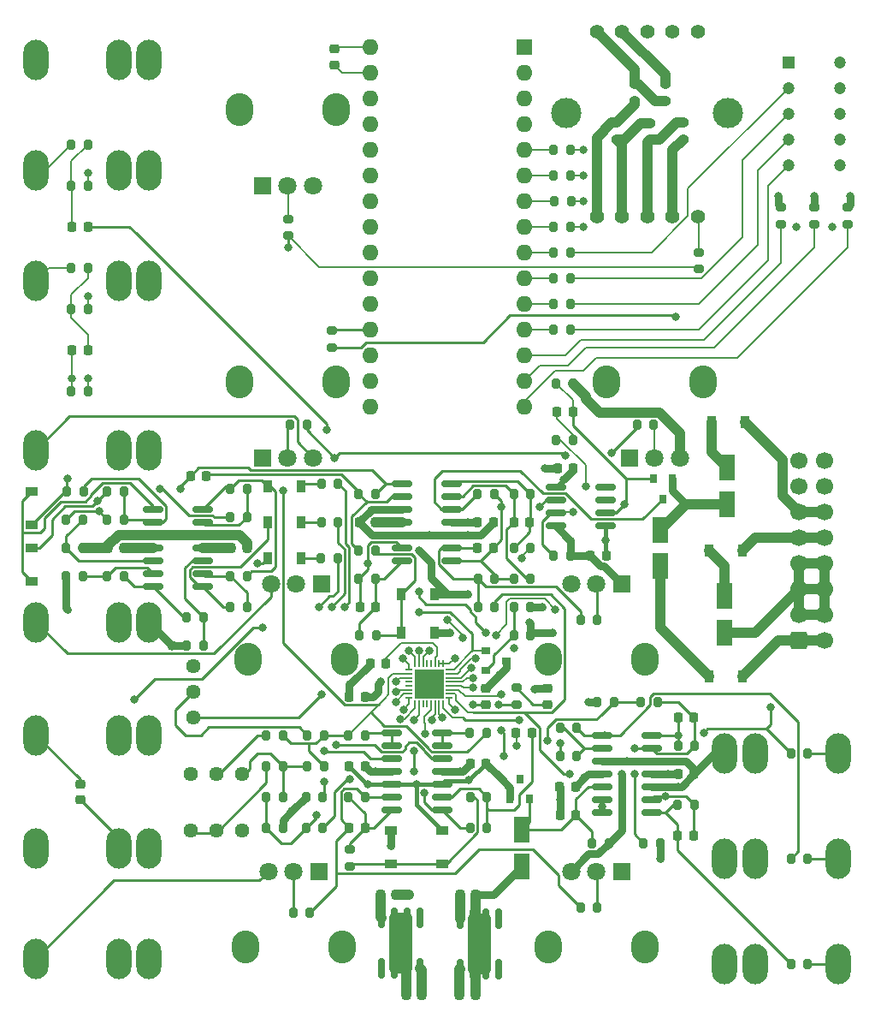
<source format=gbr>
%TF.GenerationSoftware,KiCad,Pcbnew,7.0.2*%
%TF.CreationDate,2023-05-23T13:36:19-04:00*%
%TF.ProjectId,SSI2130_Oscillator,53534932-3133-4305-9f4f-7363696c6c61,rev?*%
%TF.SameCoordinates,Original*%
%TF.FileFunction,Copper,L4,Bot*%
%TF.FilePolarity,Positive*%
%FSLAX46Y46*%
G04 Gerber Fmt 4.6, Leading zero omitted, Abs format (unit mm)*
G04 Created by KiCad (PCBNEW 7.0.2) date 2023-05-23 13:36:19*
%MOMM*%
%LPD*%
G01*
G04 APERTURE LIST*
G04 Aperture macros list*
%AMRoundRect*
0 Rectangle with rounded corners*
0 $1 Rounding radius*
0 $2 $3 $4 $5 $6 $7 $8 $9 X,Y pos of 4 corners*
0 Add a 4 corners polygon primitive as box body*
4,1,4,$2,$3,$4,$5,$6,$7,$8,$9,$2,$3,0*
0 Add four circle primitives for the rounded corners*
1,1,$1+$1,$2,$3*
1,1,$1+$1,$4,$5*
1,1,$1+$1,$6,$7*
1,1,$1+$1,$8,$9*
0 Add four rect primitives between the rounded corners*
20,1,$1+$1,$2,$3,$4,$5,0*
20,1,$1+$1,$4,$5,$6,$7,0*
20,1,$1+$1,$6,$7,$8,$9,0*
20,1,$1+$1,$8,$9,$2,$3,0*%
G04 Aperture macros list end*
%TA.AperFunction,SMDPad,CuDef*%
%ADD10RoundRect,0.225000X-0.225000X-0.250000X0.225000X-0.250000X0.225000X0.250000X-0.225000X0.250000X0*%
%TD*%
%TA.AperFunction,ComponentPad*%
%ADD11R,1.600000X1.600000*%
%TD*%
%TA.AperFunction,ComponentPad*%
%ADD12O,1.600000X1.600000*%
%TD*%
%TA.AperFunction,SMDPad,CuDef*%
%ADD13RoundRect,0.250000X-0.550000X1.050000X-0.550000X-1.050000X0.550000X-1.050000X0.550000X1.050000X0*%
%TD*%
%TA.AperFunction,SMDPad,CuDef*%
%ADD14RoundRect,0.225000X0.225000X0.250000X-0.225000X0.250000X-0.225000X-0.250000X0.225000X-0.250000X0*%
%TD*%
%TA.AperFunction,SMDPad,CuDef*%
%ADD15RoundRect,0.225000X-0.250000X0.225000X-0.250000X-0.225000X0.250000X-0.225000X0.250000X0.225000X0*%
%TD*%
%TA.AperFunction,SMDPad,CuDef*%
%ADD16R,0.900000X1.200000*%
%TD*%
%TA.AperFunction,ComponentPad*%
%ADD17R,1.200000X1.200000*%
%TD*%
%TA.AperFunction,ComponentPad*%
%ADD18C,1.200000*%
%TD*%
%TA.AperFunction,ComponentPad*%
%ADD19O,2.500000X4.000000*%
%TD*%
%TA.AperFunction,SMDPad,CuDef*%
%ADD20R,0.800000X0.900000*%
%TD*%
%TA.AperFunction,SMDPad,CuDef*%
%ADD21R,0.900000X0.800000*%
%TD*%
%TA.AperFunction,SMDPad,CuDef*%
%ADD22RoundRect,0.200000X-0.200000X-0.275000X0.200000X-0.275000X0.200000X0.275000X-0.200000X0.275000X0*%
%TD*%
%TA.AperFunction,SMDPad,CuDef*%
%ADD23RoundRect,0.200000X0.200000X0.275000X-0.200000X0.275000X-0.200000X-0.275000X0.200000X-0.275000X0*%
%TD*%
%TA.AperFunction,SMDPad,CuDef*%
%ADD24RoundRect,0.200000X-0.275000X0.200000X-0.275000X-0.200000X0.275000X-0.200000X0.275000X0.200000X0*%
%TD*%
%TA.AperFunction,SMDPad,CuDef*%
%ADD25RoundRect,0.200000X0.275000X-0.200000X0.275000X0.200000X-0.275000X0.200000X-0.275000X-0.200000X0*%
%TD*%
%TA.AperFunction,ComponentPad*%
%ADD26C,1.440000*%
%TD*%
%TA.AperFunction,ComponentPad*%
%ADD27O,2.720000X3.240000*%
%TD*%
%TA.AperFunction,ComponentPad*%
%ADD28C,1.800000*%
%TD*%
%TA.AperFunction,ComponentPad*%
%ADD29R,1.800000X1.800000*%
%TD*%
%TA.AperFunction,SMDPad,CuDef*%
%ADD30RoundRect,0.150000X-0.825000X-0.150000X0.825000X-0.150000X0.825000X0.150000X-0.825000X0.150000X0*%
%TD*%
%TA.AperFunction,SMDPad,CuDef*%
%ADD31RoundRect,0.150000X-0.150000X0.825000X-0.150000X-0.825000X0.150000X-0.825000X0.150000X0.825000X0*%
%TD*%
%TA.AperFunction,SMDPad,CuDef*%
%ADD32R,2.900000X2.900000*%
%TD*%
%TA.AperFunction,SMDPad,CuDef*%
%ADD33RoundRect,0.050000X-0.050000X-0.300000X0.050000X-0.300000X0.050000X0.300000X-0.050000X0.300000X0*%
%TD*%
%TA.AperFunction,SMDPad,CuDef*%
%ADD34RoundRect,0.050000X-0.300000X-0.050000X0.300000X-0.050000X0.300000X0.050000X-0.300000X0.050000X0*%
%TD*%
%TA.AperFunction,SMDPad,CuDef*%
%ADD35R,1.200000X0.900000*%
%TD*%
%TA.AperFunction,ComponentPad*%
%ADD36C,1.400000*%
%TD*%
%TA.AperFunction,ComponentPad*%
%ADD37C,3.000000*%
%TD*%
%TA.AperFunction,ComponentPad*%
%ADD38RoundRect,0.250000X-0.600000X-0.600000X0.600000X-0.600000X0.600000X0.600000X-0.600000X0.600000X0*%
%TD*%
%TA.AperFunction,ComponentPad*%
%ADD39C,1.700000*%
%TD*%
%TA.AperFunction,SMDPad,CuDef*%
%ADD40RoundRect,0.225000X0.250000X-0.225000X0.250000X0.225000X-0.250000X0.225000X-0.250000X-0.225000X0*%
%TD*%
%TA.AperFunction,ViaPad*%
%ADD41C,0.800000*%
%TD*%
%TA.AperFunction,ViaPad*%
%ADD42C,1.000000*%
%TD*%
%TA.AperFunction,Conductor*%
%ADD43C,0.250000*%
%TD*%
%TA.AperFunction,Conductor*%
%ADD44C,1.000000*%
%TD*%
%TA.AperFunction,Conductor*%
%ADD45C,0.200000*%
%TD*%
%TA.AperFunction,Conductor*%
%ADD46C,0.750000*%
%TD*%
%TA.AperFunction,Conductor*%
%ADD47C,0.400000*%
%TD*%
G04 APERTURE END LIST*
D10*
%TO.P,C35,2*%
%TO.N,Net-(C35-Pad2)*%
X49048000Y-71628000D03*
%TO.P,C35,1*%
%TO.N,Net-(C35-Pad1)*%
X47498000Y-71628000D03*
%TD*%
D11*
%TO.P,A1,1*%
%TO.N,Net-(A1-Pad1)*%
X80518000Y-29210000D03*
D12*
%TO.P,A1,17*%
%TO.N,Net-(A1-Pad17)*%
X65278000Y-62230000D03*
%TO.P,A1,2*%
%TO.N,Net-(A1-Pad2)*%
X80518000Y-31750000D03*
%TO.P,A1,18*%
%TO.N,Net-(A1-Pad18)*%
X65278000Y-59690000D03*
%TO.P,A1,3*%
%TO.N,Net-(A1-Pad3)*%
X80518000Y-34290000D03*
%TO.P,A1,19*%
%TO.N,Net-(A1-Pad19)*%
X65278000Y-57150000D03*
%TO.P,A1,4*%
%TO.N,GND*%
X80518000Y-36830000D03*
%TO.P,A1,20*%
%TO.N,Net-(A1-Pad20)*%
X65278000Y-54610000D03*
%TO.P,A1,5*%
%TO.N,Net-(A1-Pad5)*%
X80518000Y-39370000D03*
%TO.P,A1,21*%
%TO.N,Net-(A1-Pad21)*%
X65278000Y-52070000D03*
%TO.P,A1,6*%
%TO.N,Net-(A1-Pad6)*%
X80518000Y-41910000D03*
%TO.P,A1,22*%
%TO.N,Net-(A1-Pad22)*%
X65278000Y-49530000D03*
%TO.P,A1,7*%
%TO.N,Net-(A1-Pad7)*%
X80518000Y-44450000D03*
%TO.P,A1,23*%
%TO.N,Net-(A1-Pad23)*%
X65278000Y-46990000D03*
%TO.P,A1,8*%
%TO.N,Net-(A1-Pad8)*%
X80518000Y-46990000D03*
%TO.P,A1,24*%
%TO.N,Net-(A1-Pad24)*%
X65278000Y-44450000D03*
%TO.P,A1,9*%
%TO.N,Net-(A1-Pad9)*%
X80518000Y-49530000D03*
%TO.P,A1,25*%
%TO.N,Net-(A1-Pad25)*%
X65278000Y-41910000D03*
%TO.P,A1,10*%
%TO.N,Net-(A1-Pad10)*%
X80518000Y-52070000D03*
%TO.P,A1,26*%
%TO.N,Net-(A1-Pad26)*%
X65278000Y-39370000D03*
%TO.P,A1,11*%
%TO.N,Net-(A1-Pad11)*%
X80518000Y-54610000D03*
%TO.P,A1,27*%
%TO.N,Net-(A1-Pad27)*%
X65278000Y-36830000D03*
%TO.P,A1,12*%
%TO.N,Net-(A1-Pad12)*%
X80518000Y-57150000D03*
%TO.P,A1,28*%
%TO.N,Net-(A1-Pad28)*%
X65278000Y-34290000D03*
%TO.P,A1,13*%
%TO.N,Net-(A1-Pad13)*%
X80518000Y-59690000D03*
%TO.P,A1,29*%
%TO.N,GND*%
X65278000Y-31750000D03*
%TO.P,A1,14*%
%TO.N,Net-(A1-Pad14)*%
X80518000Y-62230000D03*
%TO.P,A1,30*%
%TO.N,ARDUINOPOWER*%
X65278000Y-29210000D03*
%TO.P,A1,15*%
%TO.N,Net-(A1-Pad15)*%
X80518000Y-64770000D03*
%TO.P,A1,16*%
%TO.N,Net-(A1-Pad16)*%
X65278000Y-64770000D03*
%TD*%
D13*
%TO.P,C2,1*%
%TO.N,ARDUINOPOWER*%
X100584000Y-70822000D03*
%TO.P,C2,2*%
%TO.N,GND*%
X100584000Y-74422000D03*
%TD*%
%TO.P,C3,1*%
%TO.N,+12V*%
X100330000Y-83544000D03*
%TO.P,C3,2*%
%TO.N,GND*%
X100330000Y-87144000D03*
%TD*%
%TO.P,C4,2*%
%TO.N,-12V*%
X93980000Y-80562000D03*
%TO.P,C4,1*%
%TO.N,GND*%
X93980000Y-76962000D03*
%TD*%
D14*
%TO.P,C5,1*%
%TO.N,+12V*%
X88646000Y-79502000D03*
%TO.P,C5,2*%
%TO.N,GND*%
X87096000Y-79502000D03*
%TD*%
D10*
%TO.P,C6,2*%
%TO.N,-12V*%
X85357000Y-70866000D03*
%TO.P,C6,1*%
%TO.N,GND*%
X83807000Y-70866000D03*
%TD*%
D14*
%TO.P,C7,1*%
%TO.N,Net-(C7-Pad1)*%
X77470000Y-78740000D03*
%TO.P,C7,2*%
%TO.N,Net-(C7-Pad2)*%
X75920000Y-78740000D03*
%TD*%
D10*
%TO.P,C8,2*%
%TO.N,GND*%
X75692000Y-122936000D03*
%TO.P,C8,1*%
%TO.N,+12V*%
X74142000Y-122936000D03*
%TD*%
D14*
%TO.P,C9,2*%
%TO.N,-12V*%
X68834000Y-122936000D03*
%TO.P,C9,1*%
%TO.N,GND*%
X70384000Y-122936000D03*
%TD*%
%TO.P,C10,1*%
%TO.N,Net-(C10-Pad1)*%
X81052000Y-76200000D03*
%TO.P,C10,2*%
%TO.N,Net-(C10-Pad2)*%
X79502000Y-76200000D03*
%TD*%
%TO.P,C11,2*%
%TO.N,Net-(C11-Pad2)*%
X83794000Y-65278000D03*
%TO.P,C11,1*%
%TO.N,TIME_REVERSE*%
X85344000Y-65278000D03*
%TD*%
D10*
%TO.P,C12,1*%
%TO.N,+5V*%
X74155000Y-113030000D03*
%TO.P,C12,2*%
%TO.N,GND*%
X75705000Y-113030000D03*
%TD*%
D14*
%TO.P,C13,1*%
%TO.N,GND*%
X67844000Y-113030000D03*
%TO.P,C13,2*%
%TO.N,-5V*%
X66294000Y-113030000D03*
%TD*%
%TO.P,C14,2*%
%TO.N,GND*%
X84074000Y-105156000D03*
%TO.P,C14,1*%
%TO.N,Net-(C14-Pad1)*%
X85624000Y-105156000D03*
%TD*%
D13*
%TO.P,C15,2*%
%TO.N,GND*%
X80264000Y-110236000D03*
%TO.P,C15,1*%
%TO.N,Net-(C14-Pad1)*%
X80264000Y-106636000D03*
%TD*%
D10*
%TO.P,C16,1*%
%TO.N,GND*%
X64236000Y-76200000D03*
%TO.P,C16,2*%
%TO.N,+12V*%
X65786000Y-76200000D03*
%TD*%
D14*
%TO.P,C17,1*%
%TO.N,GND*%
X77470000Y-76200000D03*
%TO.P,C17,2*%
%TO.N,-12V*%
X75920000Y-76200000D03*
%TD*%
D10*
%TO.P,C18,1*%
%TO.N,GND*%
X39344000Y-78740000D03*
%TO.P,C18,2*%
%TO.N,+12V*%
X40894000Y-78740000D03*
%TD*%
D14*
%TO.P,C19,2*%
%TO.N,-12V*%
X51536000Y-78740000D03*
%TO.P,C19,1*%
%TO.N,GND*%
X53086000Y-78740000D03*
%TD*%
%TO.P,C20,1*%
%TO.N,Net-(C20-Pad1)*%
X65812000Y-84582000D03*
%TO.P,C20,2*%
%TO.N,Net-(C20-Pad2)*%
X64262000Y-84582000D03*
%TD*%
%TO.P,C21,1*%
%TO.N,Net-(C21-Pad1)*%
X37338000Y-46990000D03*
%TO.P,C21,2*%
%TO.N,SOFT_SYNC*%
X35788000Y-46990000D03*
%TD*%
D15*
%TO.P,C22,2*%
%TO.N,Net-(C22-Pad2)*%
X82804000Y-94247000D03*
%TO.P,C22,1*%
%TO.N,GND*%
X82804000Y-92697000D03*
%TD*%
D10*
%TO.P,C23,2*%
%TO.N,HARD_SYNC*%
X37338000Y-59182000D03*
%TO.P,C23,1*%
%TO.N,Net-(C23-Pad1)*%
X35788000Y-59182000D03*
%TD*%
%TO.P,C24,2*%
%TO.N,+12V*%
X64770000Y-100330000D03*
%TO.P,C24,1*%
%TO.N,GND*%
X63220000Y-100330000D03*
%TD*%
D14*
%TO.P,C25,1*%
%TO.N,GND*%
X76734000Y-100076000D03*
%TO.P,C25,2*%
%TO.N,-12V*%
X75184000Y-100076000D03*
%TD*%
%TO.P,C26,1*%
%TO.N,Net-(C26-Pad1)*%
X66828000Y-90170000D03*
%TO.P,C26,2*%
%TO.N,GND*%
X65278000Y-90170000D03*
%TD*%
D10*
%TO.P,C27,2*%
%TO.N,+12V*%
X85598000Y-102362000D03*
%TO.P,C27,1*%
%TO.N,GND*%
X84048000Y-102362000D03*
%TD*%
D14*
%TO.P,C28,2*%
%TO.N,-12V*%
X95758000Y-101092000D03*
%TO.P,C28,1*%
%TO.N,GND*%
X97308000Y-101092000D03*
%TD*%
D15*
%TO.P,C31,2*%
%TO.N,GND*%
X76708000Y-94234000D03*
%TO.P,C31,1*%
%TO.N,+5V*%
X76708000Y-92684000D03*
%TD*%
D14*
%TO.P,C34,1*%
%TO.N,-5V*%
X64770000Y-93472000D03*
%TO.P,C34,2*%
%TO.N,GND*%
X63220000Y-93472000D03*
%TD*%
%TO.P,C36,2*%
%TO.N,Net-(C36-Pad2)*%
X63220000Y-106426000D03*
%TO.P,C36,1*%
%TO.N,Net-(C36-Pad1)*%
X64770000Y-106426000D03*
%TD*%
D10*
%TO.P,C37,1*%
%TO.N,PWM+*%
X79730000Y-97028000D03*
%TO.P,C37,2*%
%TO.N,Net-(C37-Pad2)*%
X81280000Y-97028000D03*
%TD*%
%TO.P,C38,2*%
%TO.N,SQO*%
X97308000Y-95504000D03*
%TO.P,C38,1*%
%TO.N,TUNER_SIGNAL*%
X95758000Y-95504000D03*
%TD*%
%TO.P,C39,1*%
%TO.N,Net-(C39-Pad1)*%
X95732000Y-107188000D03*
%TO.P,C39,2*%
%TO.N,MIXO*%
X97282000Y-107188000D03*
%TD*%
D16*
%TO.P,D1,2*%
%TO.N,Net-(D1-Pad2)*%
X102360000Y-66294000D03*
%TO.P,D1,1*%
%TO.N,ARDUINOPOWER*%
X99060000Y-66294000D03*
%TD*%
%TO.P,D2,1*%
%TO.N,+12V*%
X98808000Y-78994000D03*
%TO.P,D2,2*%
%TO.N,Net-(D2-Pad2)*%
X102108000Y-78994000D03*
%TD*%
%TO.P,D3,2*%
%TO.N,-12V*%
X98806000Y-91440000D03*
%TO.P,D3,1*%
%TO.N,Net-(D3-Pad1)*%
X102106000Y-91440000D03*
%TD*%
D17*
%TO.P,DS1,1*%
%TO.N,GND*%
X106680000Y-30734000D03*
D18*
%TO.P,DS1,2*%
%TO.N,F*%
X106680000Y-33274000D03*
%TO.P,DS1,3*%
%TO.N,G*%
X106680000Y-35814000D03*
%TO.P,DS1,4*%
%TO.N,E*%
X106680000Y-38354000D03*
%TO.P,DS1,5*%
%TO.N,D*%
X106680000Y-40894000D03*
%TO.P,DS1,6*%
%TO.N,GND*%
X111760000Y-40894000D03*
%TO.P,DS1,7*%
%TO.N,DP*%
X111760000Y-38354000D03*
%TO.P,DS1,8*%
%TO.N,C*%
X111760000Y-35814000D03*
%TO.P,DS1,9*%
%TO.N,B*%
X111760000Y-33274000D03*
%TO.P,DS1,10*%
%TO.N,A*%
X111760000Y-30734000D03*
%TD*%
D19*
%TO.P,J2,3*%
%TO.N,Net-(J2-Pad3)*%
X32186000Y-119380000D03*
%TO.P,J2,2*%
%TO.N,Net-(J2-Pad2)*%
X40386000Y-119380000D03*
%TO.P,J2,1*%
%TO.N,GND*%
X43386000Y-119380000D03*
%TD*%
%TO.P,J3,3*%
%TO.N,Net-(J3-Pad3)*%
X32186000Y-69088000D03*
%TO.P,J3,2*%
%TO.N,Net-(J3-Pad2)*%
X40386000Y-69088000D03*
%TO.P,J3,1*%
%TO.N,GND*%
X43386000Y-69088000D03*
%TD*%
%TO.P,J4,1*%
%TO.N,GND*%
X43386000Y-86106000D03*
%TO.P,J4,2*%
%TO.N,Net-(J4-Pad2)*%
X40386000Y-86106000D03*
%TO.P,J4,3*%
%TO.N,Net-(J4-Pad3)*%
X32186000Y-86106000D03*
%TD*%
%TO.P,J5,1*%
%TO.N,GND*%
X43386000Y-108458000D03*
%TO.P,J5,2*%
%TO.N,Net-(C1-Pad1)*%
X40386000Y-108458000D03*
%TO.P,J5,3*%
%TO.N,Net-(J5-Pad3)*%
X32186000Y-108458000D03*
%TD*%
%TO.P,J6,3*%
%TO.N,Net-(C1-Pad2)*%
X32186000Y-97282000D03*
%TO.P,J6,2*%
%TO.N,Net-(J6-Pad2)*%
X40386000Y-97282000D03*
%TO.P,J6,1*%
%TO.N,GND*%
X43386000Y-97282000D03*
%TD*%
%TO.P,J7,1*%
%TO.N,GND*%
X100378000Y-109474000D03*
%TO.P,J7,2*%
%TO.N,Net-(J7-Pad2)*%
X103378000Y-109474000D03*
%TO.P,J7,3*%
%TO.N,SIN_OUT*%
X111578000Y-109474000D03*
%TD*%
%TO.P,J8,3*%
%TO.N,SQUARE_OUT*%
X111578000Y-99060000D03*
%TO.P,J8,2*%
%TO.N,Net-(J8-Pad2)*%
X103378000Y-99060000D03*
%TO.P,J8,1*%
%TO.N,GND*%
X100378000Y-99060000D03*
%TD*%
%TO.P,J9,1*%
%TO.N,GND*%
X100378000Y-119888000D03*
%TO.P,J9,2*%
%TO.N,Net-(J9-Pad2)*%
X103378000Y-119888000D03*
%TO.P,J9,3*%
%TO.N,MIX_OUT*%
X111578000Y-119888000D03*
%TD*%
%TO.P,J10,3*%
%TO.N,Net-(J10-Pad3)*%
X32186000Y-41402000D03*
%TO.P,J10,2*%
%TO.N,Net-(J10-Pad2)*%
X40386000Y-41402000D03*
%TO.P,J10,1*%
%TO.N,GND*%
X43386000Y-41402000D03*
%TD*%
%TO.P,J11,3*%
%TO.N,Net-(J11-Pad3)*%
X32186000Y-52324000D03*
%TO.P,J11,2*%
%TO.N,Net-(J11-Pad2)*%
X40386000Y-52324000D03*
%TO.P,J11,1*%
%TO.N,GND*%
X43386000Y-52324000D03*
%TD*%
%TO.P,J12,1*%
%TO.N,GND*%
X43386000Y-30480000D03*
%TO.P,J12,2*%
%TO.N,Net-(J12-Pad2)*%
X40386000Y-30480000D03*
%TO.P,J12,3*%
%TO.N,Net-(J12-Pad3)*%
X32186000Y-30480000D03*
%TD*%
D20*
%TO.P,Q1,1*%
%TO.N,TIME_REVERSE*%
X93284000Y-71914000D03*
%TO.P,Q1,2*%
%TO.N,GND*%
X95184000Y-71914000D03*
%TO.P,Q1,3*%
%TO.N,Net-(Q1-Pad3)*%
X94234000Y-73914000D03*
%TD*%
D21*
%TO.P,Q2,1*%
%TO.N,Net-(Q2-Pad1)*%
X76740000Y-90866000D03*
%TO.P,Q2,2*%
%TO.N,Net-(C23-Pad1)*%
X76740000Y-88966000D03*
%TO.P,Q2,3*%
%TO.N,+5V*%
X78740000Y-89916000D03*
%TD*%
D22*
%TO.P,R1,2*%
%TO.N,Net-(C36-Pad2)*%
X59308000Y-114808000D03*
%TO.P,R1,1*%
%TO.N,PWM_CV*%
X57658000Y-114808000D03*
%TD*%
D23*
%TO.P,R2,2*%
%TO.N,Net-(C36-Pad2)*%
X86106000Y-114300000D03*
%TO.P,R2,1*%
%TO.N,PWM_OFFSET*%
X87756000Y-114300000D03*
%TD*%
D22*
%TO.P,R3,1*%
%TO.N,MIX_CV*%
X57341000Y-66548000D03*
%TO.P,R3,2*%
%TO.N,Net-(C20-Pad2)*%
X58991000Y-66548000D03*
%TD*%
D23*
%TO.P,R4,1*%
%TO.N,MIX_OFFSET*%
X93344000Y-66548000D03*
%TO.P,R4,2*%
%TO.N,Net-(C20-Pad2)*%
X91694000Y-66548000D03*
%TD*%
%TO.P,R5,1*%
%TO.N,VREF*%
X77596000Y-84582000D03*
%TO.P,R5,2*%
%TO.N,Net-(C7-Pad2)*%
X75946000Y-84582000D03*
%TD*%
%TO.P,R6,2*%
%TO.N,Net-(C7-Pad2)*%
X86106000Y-85852000D03*
%TO.P,R6,1*%
%TO.N,TZFM_TZPM_IN*%
X87756000Y-85852000D03*
%TD*%
%TO.P,R7,1*%
%TO.N,Net-(C36-Pad2)*%
X64770000Y-103378000D03*
%TO.P,R7,2*%
%TO.N,Net-(C36-Pad1)*%
X63120000Y-103378000D03*
%TD*%
D22*
%TO.P,R8,2*%
%TO.N,Net-(C20-Pad1)*%
X65786000Y-81788000D03*
%TO.P,R8,1*%
%TO.N,Net-(C20-Pad2)*%
X64136000Y-81788000D03*
%TD*%
%TO.P,R9,2*%
%TO.N,Net-(C7-Pad1)*%
X77596000Y-81788000D03*
%TO.P,R9,1*%
%TO.N,Net-(C7-Pad2)*%
X75946000Y-81788000D03*
%TD*%
D24*
%TO.P,R10,2*%
%TO.N,Net-(D6-Pad1)*%
X63246000Y-110236000D03*
%TO.P,R10,1*%
%TO.N,Net-(C36-Pad1)*%
X63246000Y-108586000D03*
%TD*%
D22*
%TO.P,R11,1*%
%TO.N,Net-(C20-Pad1)*%
X64199000Y-87376000D03*
%TO.P,R11,2*%
%TO.N,Net-(D4-Pad2)*%
X65849000Y-87376000D03*
%TD*%
%TO.P,R12,2*%
%TO.N,Net-(C10-Pad2)*%
X81152000Y-81788000D03*
%TO.P,R12,1*%
%TO.N,Net-(C7-Pad1)*%
X79502000Y-81788000D03*
%TD*%
D23*
%TO.P,R13,1*%
%TO.N,Net-(C7-Pad1)*%
X77533000Y-73406000D03*
%TO.P,R13,2*%
%TO.N,Net-(Q1-Pad3)*%
X75883000Y-73406000D03*
%TD*%
D22*
%TO.P,R14,1*%
%TO.N,Net-(C10-Pad2)*%
X79502000Y-73406000D03*
%TO.P,R14,2*%
%TO.N,Net-(C10-Pad1)*%
X81152000Y-73406000D03*
%TD*%
D23*
%TO.P,R15,1*%
%TO.N,Net-(D4-Pad2)*%
X65786000Y-78994000D03*
%TO.P,R15,2*%
%TO.N,Net-(C35-Pad2)*%
X64136000Y-78994000D03*
%TD*%
%TO.P,R16,1*%
%TO.N,GND*%
X85090000Y-79502000D03*
%TO.P,R16,2*%
%TO.N,Net-(R16-Pad2)*%
X83440000Y-79502000D03*
%TD*%
D22*
%TO.P,R17,2*%
%TO.N,Net-(C37-Pad2)*%
X76834000Y-103378000D03*
%TO.P,R17,1*%
%TO.N,Net-(D6-Pad1)*%
X75184000Y-103378000D03*
%TD*%
%TO.P,R18,1*%
%TO.N,Net-(C35-Pad2)*%
X64136000Y-73406000D03*
%TO.P,R18,2*%
%TO.N,Net-(C35-Pad1)*%
X65786000Y-73406000D03*
%TD*%
D23*
%TO.P,R19,2*%
%TO.N,Net-(C10-Pad1)*%
X79502000Y-78740000D03*
%TO.P,R19,1*%
%TO.N,LIN_FREQ*%
X81152000Y-78740000D03*
%TD*%
D22*
%TO.P,R20,1*%
%TO.N,Net-(R16-Pad2)*%
X83694000Y-68072000D03*
%TO.P,R20,2*%
%TO.N,Net-(C11-Pad2)*%
X85344000Y-68072000D03*
%TD*%
D23*
%TO.P,R21,1*%
%TO.N,Net-(C37-Pad2)*%
X76834000Y-106426000D03*
%TO.P,R21,2*%
%TO.N,PWM+*%
X75184000Y-106426000D03*
%TD*%
D22*
%TO.P,R22,2*%
%TO.N,Net-(R22-Pad2)*%
X40894000Y-75946000D03*
%TO.P,R22,1*%
%TO.N,Net-(C35-Pad1)*%
X39244000Y-75946000D03*
%TD*%
%TO.P,R23,1*%
%TO.N,TIME_REVERSE*%
X83694000Y-62484000D03*
%TO.P,R23,2*%
%TO.N,+5V*%
X85344000Y-62484000D03*
%TD*%
D23*
%TO.P,R24,1*%
%TO.N,Net-(R22-Pad2)*%
X36893000Y-73152000D03*
%TO.P,R24,2*%
%TO.N,Net-(D10-Pad2)*%
X35243000Y-73152000D03*
%TD*%
%TO.P,R25,2*%
%TO.N,Net-(D9-Pad2)*%
X39244000Y-73152000D03*
%TO.P,R25,1*%
%TO.N,Net-(R22-Pad2)*%
X40894000Y-73152000D03*
%TD*%
%TO.P,R26,1*%
%TO.N,Net-(R26-Pad1)*%
X36830000Y-75946000D03*
%TO.P,R26,2*%
%TO.N,Net-(C35-Pad1)*%
X35180000Y-75946000D03*
%TD*%
%TO.P,R27,2*%
%TO.N,Net-(D10-Pad1)*%
X60389000Y-79756000D03*
%TO.P,R27,1*%
%TO.N,TRI_MIX*%
X62039000Y-79756000D03*
%TD*%
%TO.P,R28,1*%
%TO.N,Net-(R28-Pad1)*%
X53086000Y-75692000D03*
%TO.P,R28,2*%
%TO.N,Net-(D9-Pad2)*%
X51436000Y-75692000D03*
%TD*%
%TO.P,R29,2*%
%TO.N,-5V*%
X35180000Y-81534000D03*
%TO.P,R29,1*%
%TO.N,Net-(R29-Pad1)*%
X36830000Y-81534000D03*
%TD*%
%TO.P,R30,2*%
%TO.N,Net-(R26-Pad1)*%
X35180000Y-78740000D03*
%TO.P,R30,1*%
%TO.N,GND*%
X36830000Y-78740000D03*
%TD*%
D22*
%TO.P,R31,2*%
%TO.N,Net-(R28-Pad1)*%
X53086000Y-72898000D03*
%TO.P,R31,1*%
%TO.N,Net-(D11-Pad2)*%
X51436000Y-72898000D03*
%TD*%
%TO.P,R32,2*%
%TO.N,Net-(R32-Pad2)*%
X40894000Y-81534000D03*
%TO.P,R32,1*%
%TO.N,Net-(R29-Pad1)*%
X39244000Y-81534000D03*
%TD*%
%TO.P,R33,1*%
%TO.N,Net-(R33-Pad1)*%
X51436000Y-81534000D03*
%TO.P,R33,2*%
%TO.N,Net-(D11-Pad2)*%
X53086000Y-81534000D03*
%TD*%
%TO.P,R34,1*%
%TO.N,Net-(R32-Pad2)*%
X47118000Y-85598000D03*
%TO.P,R34,2*%
%TO.N,Net-(R34-Pad2)*%
X48768000Y-85598000D03*
%TD*%
%TO.P,R35,2*%
%TO.N,Net-(R34-Pad2)*%
X48768000Y-88392000D03*
%TO.P,R35,1*%
%TO.N,GND*%
X47118000Y-88392000D03*
%TD*%
%TO.P,R36,2*%
%TO.N,Net-(R33-Pad1)*%
X53086000Y-84582000D03*
%TO.P,R36,1*%
%TO.N,Net-(D12-Pad2)*%
X51436000Y-84582000D03*
%TD*%
D23*
%TO.P,R37,1*%
%TO.N,PULSE_MIX*%
X62102000Y-72390000D03*
%TO.P,R37,2*%
%TO.N,Net-(D11-Pad1)*%
X60452000Y-72390000D03*
%TD*%
%TO.P,R38,2*%
%TO.N,Net-(D12-Pad1)*%
X60452000Y-76200000D03*
%TO.P,R38,1*%
%TO.N,SAW_MIX*%
X62102000Y-76200000D03*
%TD*%
D25*
%TO.P,R39,1*%
%TO.N,VOLT_PER_OCTAVE*%
X57150000Y-47878000D03*
%TO.P,R39,2*%
%TO.N,CENTER_PITCH*%
X57150000Y-46228000D03*
%TD*%
D22*
%TO.P,R40,1*%
%TO.N,VOLT_PER_OCTAVE*%
X63120000Y-97282000D03*
%TO.P,R40,2*%
%TO.N,VOLT_PER_OCTAVE_IN*%
X64770000Y-97282000D03*
%TD*%
D23*
%TO.P,R41,2*%
%TO.N,LOG_FM_IN*%
X75121000Y-97028000D03*
%TO.P,R41,1*%
%TO.N,VOLT_PER_OCTAVE*%
X76771000Y-97028000D03*
%TD*%
D25*
%TO.P,R42,2*%
%TO.N,OCTAVE_SHIFT*%
X97790000Y-49530000D03*
%TO.P,R42,1*%
%TO.N,VOLT_PER_OCTAVE*%
X97790000Y-51180000D03*
%TD*%
D22*
%TO.P,R43,2*%
%TO.N,VOLT_PER_OCTAVE*%
X56642000Y-97282000D03*
%TO.P,R43,1*%
%TO.N,Net-(R43-Pad1)*%
X54992000Y-97282000D03*
%TD*%
D23*
%TO.P,R44,1*%
%TO.N,VOLT_PER_OCTAVE*%
X60706000Y-100330000D03*
%TO.P,R44,2*%
%TO.N,VREF*%
X59056000Y-100330000D03*
%TD*%
%TO.P,R45,2*%
%TO.N,Net-(R45-Pad2)*%
X54992000Y-100330000D03*
%TO.P,R45,1*%
%TO.N,VREF*%
X56642000Y-100330000D03*
%TD*%
D22*
%TO.P,R46,1*%
%TO.N,Net-(Q2-Pad1)*%
X79502000Y-87376000D03*
%TO.P,R46,2*%
%TO.N,-5V*%
X81152000Y-87376000D03*
%TD*%
D23*
%TO.P,R47,1*%
%TO.N,TRO*%
X60578000Y-106426000D03*
%TO.P,R47,2*%
%TO.N,Net-(R47-Pad2)*%
X58928000Y-106426000D03*
%TD*%
%TO.P,R48,1*%
%TO.N,GND*%
X56642000Y-106426000D03*
%TO.P,R48,2*%
%TO.N,Net-(R47-Pad2)*%
X54992000Y-106426000D03*
%TD*%
%TO.P,R49,2*%
%TO.N,Net-(Q2-Pad1)*%
X79502000Y-84582000D03*
%TO.P,R49,1*%
%TO.N,+5V*%
X81152000Y-84582000D03*
%TD*%
D22*
%TO.P,R50,2*%
%TO.N,GND*%
X37338000Y-63246000D03*
%TO.P,R50,1*%
%TO.N,Net-(C23-Pad1)*%
X35688000Y-63246000D03*
%TD*%
D24*
%TO.P,R51,1*%
%TO.N,Net-(C22-Pad2)*%
X79756000Y-92584000D03*
%TO.P,R51,2*%
%TO.N,Net-(R51-Pad2)*%
X79756000Y-94234000D03*
%TD*%
D22*
%TO.P,R52,1*%
%TO.N,GND*%
X58928000Y-103378000D03*
%TO.P,R52,2*%
%TO.N,Net-(R52-Pad2)*%
X60578000Y-103378000D03*
%TD*%
D23*
%TO.P,R53,1*%
%TO.N,VOLT_PER_OCTAVE*%
X60706000Y-97282000D03*
%TO.P,R53,2*%
%TO.N,HFTRIM*%
X59056000Y-97282000D03*
%TD*%
%TO.P,R54,1*%
%TO.N,+5V*%
X88900000Y-107950000D03*
%TO.P,R54,2*%
%TO.N,Net-(C14-Pad1)*%
X87250000Y-107950000D03*
%TD*%
D22*
%TO.P,R55,1*%
%TO.N,+5V*%
X87758000Y-93980000D03*
%TO.P,R55,2*%
%TO.N,Net-(R55-Pad2)*%
X89408000Y-93980000D03*
%TD*%
%TO.P,R56,2*%
%TO.N,SQO*%
X93726000Y-93980000D03*
%TO.P,R56,1*%
%TO.N,Net-(R55-Pad2)*%
X92076000Y-93980000D03*
%TD*%
D23*
%TO.P,R59,1*%
%TO.N,Net-(R59-Pad1)*%
X85724000Y-99314000D03*
%TO.P,R59,2*%
%TO.N,SINO*%
X84074000Y-99314000D03*
%TD*%
D22*
%TO.P,R60,2*%
%TO.N,-5V*%
X93980000Y-107950000D03*
%TO.P,R60,1*%
%TO.N,SQO*%
X92330000Y-107950000D03*
%TD*%
D23*
%TO.P,R61,2*%
%TO.N,Net-(R47-Pad2)*%
X54992000Y-103378000D03*
%TO.P,R61,1*%
%TO.N,VREF*%
X56642000Y-103378000D03*
%TD*%
D22*
%TO.P,R62,2*%
%TO.N,SQO*%
X97408000Y-98298000D03*
%TO.P,R62,1*%
%TO.N,TUNER_SIGNAL*%
X95758000Y-98298000D03*
%TD*%
%TO.P,R63,2*%
%TO.N,MIXO*%
X97345000Y-104140000D03*
%TO.P,R63,1*%
%TO.N,Net-(C39-Pad1)*%
X95695000Y-104140000D03*
%TD*%
D23*
%TO.P,R64,2*%
%TO.N,Net-(R59-Pad1)*%
X84074000Y-96520000D03*
%TO.P,R64,1*%
%TO.N,Net-(R64-Pad1)*%
X85724000Y-96520000D03*
%TD*%
%TO.P,R65,1*%
%TO.N,SQUARE_OUT*%
X108584000Y-99060000D03*
%TO.P,R65,2*%
%TO.N,TUNER_SIGNAL*%
X106934000Y-99060000D03*
%TD*%
%TO.P,R66,1*%
%TO.N,MIX_OUT*%
X108584000Y-119888000D03*
%TO.P,R66,2*%
%TO.N,Net-(C39-Pad1)*%
X106934000Y-119888000D03*
%TD*%
%TO.P,R67,2*%
%TO.N,Net-(R64-Pad1)*%
X106934000Y-109474000D03*
%TO.P,R67,1*%
%TO.N,SIN_OUT*%
X108584000Y-109474000D03*
%TD*%
D25*
%TO.P,R68,1*%
%TO.N,Net-(R68-Pad1)*%
X94488000Y-34544000D03*
%TO.P,R68,2*%
%TO.N,+5V*%
X94488000Y-32894000D03*
%TD*%
D22*
%TO.P,R69,2*%
%TO.N,A*%
X85090000Y-39370000D03*
%TO.P,R69,1*%
%TO.N,Net-(A1-Pad5)*%
X83440000Y-39370000D03*
%TD*%
%TO.P,R70,2*%
%TO.N,B*%
X85090000Y-41910000D03*
%TO.P,R70,1*%
%TO.N,Net-(A1-Pad6)*%
X83440000Y-41910000D03*
%TD*%
%TO.P,R71,1*%
%TO.N,Net-(A1-Pad7)*%
X83503000Y-44450000D03*
%TO.P,R71,2*%
%TO.N,C*%
X85153000Y-44450000D03*
%TD*%
%TO.P,R72,2*%
%TO.N,DP*%
X85090000Y-46990000D03*
%TO.P,R72,1*%
%TO.N,Net-(A1-Pad8)*%
X83440000Y-46990000D03*
%TD*%
%TO.P,R73,2*%
%TO.N,F*%
X85090000Y-49530000D03*
%TO.P,R73,1*%
%TO.N,Net-(A1-Pad9)*%
X83440000Y-49530000D03*
%TD*%
%TO.P,R74,2*%
%TO.N,G*%
X85090000Y-52070000D03*
%TO.P,R74,1*%
%TO.N,Net-(A1-Pad10)*%
X83440000Y-52070000D03*
%TD*%
%TO.P,R75,1*%
%TO.N,Net-(A1-Pad11)*%
X83440000Y-54610000D03*
%TO.P,R75,2*%
%TO.N,E*%
X85090000Y-54610000D03*
%TD*%
%TO.P,R76,2*%
%TO.N,D*%
X85090000Y-57150000D03*
%TO.P,R76,1*%
%TO.N,Net-(A1-Pad12)*%
X83440000Y-57150000D03*
%TD*%
D25*
%TO.P,R77,2*%
%TO.N,Net-(R68-Pad1)*%
X91440000Y-32894000D03*
%TO.P,R77,1*%
%TO.N,Net-(R77-Pad1)*%
X91440000Y-34544000D03*
%TD*%
D22*
%TO.P,R78,1*%
%TO.N,Net-(J10-Pad3)*%
X35688000Y-38862000D03*
%TO.P,R78,2*%
%TO.N,SOFT_SYNC*%
X37338000Y-38862000D03*
%TD*%
D25*
%TO.P,R79,1*%
%TO.N,Net-(R79-Pad1)*%
X89662000Y-38354000D03*
%TO.P,R79,2*%
%TO.N,Net-(R77-Pad1)*%
X89662000Y-36704000D03*
%TD*%
D22*
%TO.P,R80,2*%
%TO.N,HARD_SYNC*%
X37338000Y-51054000D03*
%TO.P,R80,1*%
%TO.N,Net-(J11-Pad3)*%
X35688000Y-51054000D03*
%TD*%
%TO.P,R81,1*%
%TO.N,SOFT_SYNC*%
X35688000Y-42926000D03*
%TO.P,R81,2*%
%TO.N,GND*%
X37338000Y-42926000D03*
%TD*%
D25*
%TO.P,R82,1*%
%TO.N,Net-(R82-Pad1)*%
X92964000Y-38417000D03*
%TO.P,R82,2*%
%TO.N,Net-(R79-Pad1)*%
X92964000Y-36767000D03*
%TD*%
D22*
%TO.P,R83,1*%
%TO.N,HARD_SYNC*%
X35688000Y-55118000D03*
%TO.P,R83,2*%
%TO.N,GND*%
X37338000Y-55118000D03*
%TD*%
D25*
%TO.P,R84,2*%
%TO.N,Net-(R82-Pad1)*%
X96266000Y-36704000D03*
%TO.P,R84,1*%
%TO.N,GND*%
X96266000Y-38354000D03*
%TD*%
%TO.P,R85,1*%
%TO.N,TUNER_SIGNAL*%
X61468000Y-58928000D03*
%TO.P,R85,2*%
%TO.N,Net-(A1-Pad19)*%
X61468000Y-57278000D03*
%TD*%
D24*
%TO.P,R86,1*%
%TO.N,Net-(D13-Pad2)*%
X112522000Y-45086000D03*
%TO.P,R86,2*%
%TO.N,Net-(A1-Pad15)*%
X112522000Y-46736000D03*
%TD*%
%TO.P,R87,2*%
%TO.N,Net-(A1-Pad14)*%
X109220000Y-46736000D03*
%TO.P,R87,1*%
%TO.N,Net-(D14-Pad2)*%
X109220000Y-45086000D03*
%TD*%
%TO.P,R88,2*%
%TO.N,Net-(A1-Pad13)*%
X105918000Y-46736000D03*
%TO.P,R88,1*%
%TO.N,Net-(D15-Pad2)*%
X105918000Y-45086000D03*
%TD*%
D26*
%TO.P,RV1,1*%
%TO.N,VREF*%
X52578000Y-101092000D03*
%TO.P,RV1,2*%
%TO.N,Net-(R43-Pad1)*%
X50038000Y-101092000D03*
%TO.P,RV1,3*%
%TO.N,GND*%
X47498000Y-101092000D03*
%TD*%
%TO.P,RV2,3*%
%TO.N,Net-(R45-Pad2)*%
X47498000Y-106680000D03*
%TO.P,RV2,2*%
X50038000Y-106680000D03*
%TO.P,RV2,1*%
%TO.N,Net-(RV2-Pad1)*%
X52578000Y-106680000D03*
%TD*%
%TO.P,RV3,1*%
%TO.N,GND*%
X47752000Y-90424000D03*
%TO.P,RV3,2*%
%TO.N,HFTRIM*%
X47752000Y-92964000D03*
%TO.P,RV3,3*%
%TO.N,Net-(RV3-Pad3)*%
X47752000Y-95504000D03*
%TD*%
D27*
%TO.P,RV4,*%
%TO.N,*%
X62498000Y-118244000D03*
X52898000Y-118244000D03*
D28*
%TO.P,RV4,3*%
%TO.N,Net-(J2-Pad3)*%
X55198000Y-110744000D03*
%TO.P,RV4,2*%
%TO.N,PWM_CV*%
X57698000Y-110744000D03*
D29*
%TO.P,RV4,1*%
%TO.N,GND*%
X60198000Y-110744000D03*
%TD*%
%TO.P,RV5,1*%
%TO.N,GND*%
X90170000Y-110744000D03*
D28*
%TO.P,RV5,2*%
%TO.N,PWM_OFFSET*%
X87670000Y-110744000D03*
%TO.P,RV5,3*%
%TO.N,+5V*%
X85170000Y-110744000D03*
D27*
%TO.P,RV5,*%
%TO.N,*%
X82870000Y-118244000D03*
X92470000Y-118244000D03*
%TD*%
%TO.P,RV6,*%
%TO.N,*%
X52310000Y-62350000D03*
X61910000Y-62350000D03*
D28*
%TO.P,RV6,3*%
%TO.N,Net-(J3-Pad3)*%
X59610000Y-69850000D03*
%TO.P,RV6,2*%
%TO.N,MIX_CV*%
X57110000Y-69850000D03*
D29*
%TO.P,RV6,1*%
%TO.N,GND*%
X54610000Y-69850000D03*
%TD*%
%TO.P,RV7,1*%
%TO.N,-5V*%
X90932000Y-69850000D03*
D28*
%TO.P,RV7,2*%
%TO.N,MIX_OFFSET*%
X93432000Y-69850000D03*
%TO.P,RV7,3*%
%TO.N,+5V*%
X95932000Y-69850000D03*
D27*
%TO.P,RV7,*%
%TO.N,*%
X98232000Y-62350000D03*
X88632000Y-62350000D03*
%TD*%
D29*
%TO.P,RV8,1*%
%TO.N,GND*%
X60452000Y-82296000D03*
D28*
%TO.P,RV8,2*%
%TO.N,Net-(RV8-Pad2)*%
X57952000Y-82296000D03*
%TO.P,RV8,3*%
%TO.N,Net-(J4-Pad3)*%
X55452000Y-82296000D03*
D27*
%TO.P,RV8,*%
%TO.N,*%
X53152000Y-89796000D03*
X62752000Y-89796000D03*
%TD*%
%TO.P,RV9,*%
%TO.N,*%
X92470000Y-89796000D03*
X82870000Y-89796000D03*
D28*
%TO.P,RV9,3*%
%TO.N,Net-(J5-Pad3)*%
X85170000Y-82296000D03*
%TO.P,RV9,2*%
%TO.N,TZFM_TZPM_IN*%
X87670000Y-82296000D03*
D29*
%TO.P,RV9,1*%
%TO.N,GND*%
X90170000Y-82296000D03*
%TD*%
%TO.P,RV11,1*%
%TO.N,GND*%
X54610000Y-42926000D03*
D28*
%TO.P,RV11,2*%
%TO.N,CENTER_PITCH*%
X57110000Y-42926000D03*
%TO.P,RV11,3*%
%TO.N,+5V*%
X59610000Y-42926000D03*
D27*
%TO.P,RV11,*%
%TO.N,*%
X61910000Y-35426000D03*
X52310000Y-35426000D03*
%TD*%
D30*
%TO.P,U1,14*%
%TO.N,Net-(C7-Pad1)*%
X73341000Y-80010000D03*
%TO.P,U1,13*%
%TO.N,Net-(C7-Pad2)*%
X73341000Y-78740000D03*
%TO.P,U1,12*%
%TO.N,GND*%
X73341000Y-77470000D03*
%TO.P,U1,11*%
%TO.N,-12V*%
X73341000Y-76200000D03*
%TO.P,U1,10*%
%TO.N,Net-(Q1-Pad3)*%
X73341000Y-74930000D03*
%TO.P,U1,9*%
%TO.N,Net-(C10-Pad2)*%
X73341000Y-73660000D03*
%TO.P,U1,8*%
%TO.N,Net-(C10-Pad1)*%
X73341000Y-72390000D03*
%TO.P,U1,7*%
%TO.N,Net-(C35-Pad1)*%
X68391000Y-72390000D03*
%TO.P,U1,6*%
%TO.N,Net-(C35-Pad2)*%
X68391000Y-73660000D03*
%TO.P,U1,5*%
%TO.N,GND*%
X68391000Y-74930000D03*
%TO.P,U1,4*%
%TO.N,+12V*%
X68391000Y-76200000D03*
%TO.P,U1,3*%
%TO.N,GND*%
X68391000Y-77470000D03*
%TO.P,U1,2*%
%TO.N,Net-(C20-Pad2)*%
X68391000Y-78740000D03*
%TO.P,U1,1*%
%TO.N,Net-(C20-Pad1)*%
X68391000Y-80010000D03*
%TD*%
%TO.P,U2,1*%
%TO.N,Net-(R32-Pad2)*%
X43753000Y-82550000D03*
%TO.P,U2,2*%
%TO.N,Net-(R29-Pad1)*%
X43753000Y-81280000D03*
%TO.P,U2,3*%
%TO.N,Net-(R26-Pad1)*%
X43753000Y-80010000D03*
%TO.P,U2,4*%
%TO.N,+12V*%
X43753000Y-78740000D03*
%TO.P,U2,5*%
%TO.N,GND*%
X43753000Y-77470000D03*
%TO.P,U2,6*%
%TO.N,Net-(R22-Pad2)*%
X43753000Y-76200000D03*
%TO.P,U2,7*%
%TO.N,Net-(D8-Pad2)*%
X43753000Y-74930000D03*
%TO.P,U2,8*%
%TO.N,Net-(D11-Pad2)*%
X48703000Y-74930000D03*
%TO.P,U2,9*%
%TO.N,Net-(R28-Pad1)*%
X48703000Y-76200000D03*
%TO.P,U2,10*%
%TO.N,GND*%
X48703000Y-77470000D03*
%TO.P,U2,11*%
%TO.N,-12V*%
X48703000Y-78740000D03*
%TO.P,U2,12*%
%TO.N,Net-(R34-Pad2)*%
X48703000Y-80010000D03*
%TO.P,U2,13*%
%TO.N,Net-(R33-Pad1)*%
X48703000Y-81280000D03*
%TO.P,U2,14*%
%TO.N,Net-(D12-Pad2)*%
X48703000Y-82550000D03*
%TD*%
%TO.P,U3,1*%
%TO.N,Net-(C36-Pad1)*%
X67440000Y-104648000D03*
%TO.P,U3,2*%
%TO.N,Net-(C36-Pad2)*%
X67440000Y-103378000D03*
%TO.P,U3,3*%
%TO.N,GND*%
X67440000Y-102108000D03*
%TO.P,U3,4*%
%TO.N,+12V*%
X67440000Y-100838000D03*
%TO.P,U3,5*%
%TO.N,Net-(J12-Pad3)*%
X67440000Y-99568000D03*
%TO.P,U3,6*%
%TO.N,VOLT_PER_OCTAVE_IN*%
X67440000Y-98298000D03*
%TO.P,U3,7*%
X67440000Y-97028000D03*
%TO.P,U3,8*%
%TO.N,LOG_FM_IN*%
X72390000Y-97028000D03*
%TO.P,U3,9*%
X72390000Y-98298000D03*
%TO.P,U3,10*%
%TO.N,Net-(RV8-Pad2)*%
X72390000Y-99568000D03*
%TO.P,U3,11*%
%TO.N,-12V*%
X72390000Y-100838000D03*
%TO.P,U3,12*%
%TO.N,GND*%
X72390000Y-102108000D03*
%TO.P,U3,13*%
%TO.N,Net-(C37-Pad2)*%
X72390000Y-103378000D03*
%TO.P,U3,14*%
%TO.N,PWM+*%
X72390000Y-104648000D03*
%TD*%
%TO.P,U4,14*%
%TO.N,Net-(C39-Pad1)*%
X93153000Y-104902000D03*
%TO.P,U4,13*%
%TO.N,MIXO*%
X93153000Y-103632000D03*
%TO.P,U4,12*%
%TO.N,GND*%
X93153000Y-102362000D03*
%TO.P,U4,11*%
%TO.N,-12V*%
X93153000Y-101092000D03*
%TO.P,U4,10*%
%TO.N,GND*%
X93153000Y-99822000D03*
%TO.P,U4,9*%
%TO.N,SQO*%
X93153000Y-98552000D03*
%TO.P,U4,8*%
%TO.N,TUNER_SIGNAL*%
X93153000Y-97282000D03*
%TO.P,U4,7*%
%TO.N,Net-(R64-Pad1)*%
X88203000Y-97282000D03*
%TO.P,U4,6*%
%TO.N,Net-(R59-Pad1)*%
X88203000Y-98552000D03*
%TO.P,U4,5*%
%TO.N,GND*%
X88203000Y-99822000D03*
%TO.P,U4,4*%
%TO.N,+12V*%
X88203000Y-101092000D03*
%TO.P,U4,3*%
%TO.N,Net-(C14-Pad1)*%
X88203000Y-102362000D03*
%TO.P,U4,2*%
%TO.N,VREF*%
X88203000Y-103632000D03*
%TO.P,U4,1*%
X88203000Y-104902000D03*
%TD*%
D20*
%TO.P,U5,3*%
%TO.N,N/C*%
X80076000Y-101616000D03*
%TO.P,U5,2*%
%TO.N,GND*%
X79126000Y-103616000D03*
%TO.P,U5,1*%
%TO.N,Net-(C14-Pad1)*%
X81026000Y-103616000D03*
%TD*%
D31*
%TO.P,U7,1*%
%TO.N,+5V*%
X74168000Y-115446000D03*
%TO.P,U7,2*%
%TO.N,GND*%
X75438000Y-115446000D03*
%TO.P,U7,3*%
X76708000Y-115446000D03*
%TO.P,U7,4*%
%TO.N,Net-(U7-Pad4)*%
X77978000Y-115446000D03*
%TO.P,U7,5*%
%TO.N,Net-(U7-Pad5)*%
X77978000Y-120396000D03*
%TO.P,U7,6*%
%TO.N,GND*%
X76708000Y-120396000D03*
%TO.P,U7,7*%
X75438000Y-120396000D03*
%TO.P,U7,8*%
%TO.N,+12V*%
X74168000Y-120396000D03*
%TD*%
%TO.P,U8,1*%
%TO.N,-5V*%
X66421000Y-115381000D03*
%TO.P,U8,2*%
%TO.N,-12V*%
X67691000Y-115381000D03*
%TO.P,U8,3*%
X68961000Y-115381000D03*
%TO.P,U8,4*%
%TO.N,Net-(U8-Pad4)*%
X70231000Y-115381000D03*
%TO.P,U8,5*%
%TO.N,GND*%
X70231000Y-120331000D03*
%TO.P,U8,6*%
%TO.N,-12V*%
X68961000Y-120331000D03*
%TO.P,U8,7*%
X67691000Y-120331000D03*
%TO.P,U8,8*%
%TO.N,Net-(U8-Pad8)*%
X66421000Y-120331000D03*
%TD*%
D30*
%TO.P,U9,8*%
%TO.N,+12V*%
X88581000Y-76581000D03*
%TO.P,U9,7*%
%TO.N,TIME_REVERSE*%
X88581000Y-75311000D03*
%TO.P,U9,6*%
%TO.N,Net-(U9-Pad6)*%
X88581000Y-74041000D03*
%TO.P,U9,5*%
%TO.N,Net-(U9-Pad5)*%
X88581000Y-72771000D03*
%TO.P,U9,4*%
%TO.N,-12V*%
X83631000Y-72771000D03*
%TO.P,U9,3*%
%TO.N,Net-(C7-Pad1)*%
X83631000Y-74041000D03*
%TO.P,U9,2*%
%TO.N,Net-(R16-Pad2)*%
X83631000Y-75311000D03*
%TO.P,U9,1*%
%TO.N,GND*%
X83631000Y-76581000D03*
%TD*%
D32*
%TO.P,U11,33*%
%TO.N,Net-(U11-Pad33)*%
X71110695Y-92202000D03*
D33*
%TO.P,U11,32*%
%TO.N,PWM+*%
X69710695Y-94202000D03*
%TO.P,U11,31*%
%TO.N,TRO*%
X70110695Y-94202000D03*
%TO.P,U11,30*%
%TO.N,Net-(U11-Pad30)*%
X70510695Y-94202000D03*
%TO.P,U11,29*%
%TO.N,Net-(U11-Pad29)*%
X70910695Y-94202000D03*
%TO.P,U11,28*%
%TO.N,Net-(R55-Pad2)*%
X71310695Y-94202000D03*
%TO.P,U11,27*%
%TO.N,+5V*%
X71710695Y-94202000D03*
%TO.P,U11,26*%
%TO.N,Net-(R51-Pad2)*%
X72110695Y-94202000D03*
%TO.P,U11,25*%
%TO.N,MIXO*%
X72510695Y-94202000D03*
D34*
%TO.P,U11,24*%
%TO.N,SINO*%
X73110695Y-93602000D03*
%TO.P,U11,23*%
%TO.N,VREF*%
X73110695Y-93202000D03*
%TO.P,U11,22*%
%TO.N,Net-(RV2-Pad1)*%
X73110695Y-92802000D03*
%TO.P,U11,21*%
%TO.N,LIN_FREQ*%
X73110695Y-92402000D03*
%TO.P,U11,20*%
%TO.N,GND*%
X73110695Y-92002000D03*
%TO.P,U11,19*%
%TO.N,Net-(C21-Pad1)*%
X73110695Y-91602000D03*
%TO.P,U11,18*%
%TO.N,TIME_REVERSE*%
X73110695Y-91202000D03*
%TO.P,U11,17*%
%TO.N,Net-(C23-Pad1)*%
X73110695Y-90802000D03*
D33*
%TO.P,U11,16*%
%TO.N,GND*%
X72510695Y-90202000D03*
%TO.P,U11,15*%
X72110695Y-90202000D03*
%TO.P,U11,14*%
%TO.N,Net-(C26-Pad1)*%
X71710695Y-90202000D03*
%TO.P,U11,13*%
%TO.N,Net-(U11-Pad13)*%
X71310695Y-90202000D03*
%TO.P,U11,12*%
%TO.N,Net-(U11-Pad12)*%
X70910695Y-90202000D03*
%TO.P,U11,11*%
%TO.N,PULSE_MIX*%
X70510695Y-90202000D03*
%TO.P,U11,10*%
%TO.N,SAW_MIX*%
X70110695Y-90202000D03*
%TO.P,U11,9*%
%TO.N,TRI_MIX*%
X69710695Y-90202000D03*
D34*
%TO.P,U11,8*%
%TO.N,-5V*%
X69110695Y-90802000D03*
%TO.P,U11,7*%
%TO.N,VOLT_PER_OCTAVE*%
X69110695Y-91202000D03*
%TO.P,U11,6*%
%TO.N,Net-(RV3-Pad3)*%
X69110695Y-91602000D03*
%TO.P,U11,5*%
%TO.N,Net-(U11-Pad5)*%
X69110695Y-92002000D03*
%TO.P,U11,4*%
%TO.N,Net-(U11-Pad4)*%
X69110695Y-92402000D03*
%TO.P,U11,3*%
%TO.N,Net-(R52-Pad2)*%
X69110695Y-92802000D03*
%TO.P,U11,2*%
%TO.N,Net-(R47-Pad2)*%
X69110695Y-93202000D03*
%TO.P,U11,1*%
%TO.N,TRO*%
X69110695Y-93602000D03*
%TD*%
D16*
%TO.P,D4,1*%
%TO.N,+5V*%
X71628000Y-83312000D03*
%TO.P,D4,2*%
%TO.N,Net-(D4-Pad2)*%
X68328000Y-83312000D03*
%TD*%
%TO.P,D5,2*%
%TO.N,-5V*%
X71626000Y-87122000D03*
%TO.P,D5,1*%
%TO.N,Net-(D4-Pad2)*%
X68326000Y-87122000D03*
%TD*%
D35*
%TO.P,D6,1*%
%TO.N,Net-(D6-Pad1)*%
X67310000Y-109980000D03*
%TO.P,D6,2*%
%TO.N,-5V*%
X67310000Y-106680000D03*
%TD*%
%TO.P,D7,1*%
%TO.N,GND*%
X72390000Y-106682000D03*
%TO.P,D7,2*%
%TO.N,Net-(D6-Pad1)*%
X72390000Y-109982000D03*
%TD*%
%TO.P,D8,1*%
%TO.N,Net-(D10-Pad2)*%
X31750000Y-76454000D03*
%TO.P,D8,2*%
%TO.N,Net-(D8-Pad2)*%
X31750000Y-73154000D03*
%TD*%
%TO.P,D9,2*%
%TO.N,Net-(D9-Pad2)*%
X31750000Y-78740000D03*
%TO.P,D9,1*%
%TO.N,Net-(D8-Pad2)*%
X31750000Y-82040000D03*
%TD*%
D16*
%TO.P,D10,2*%
%TO.N,Net-(D10-Pad2)*%
X55118000Y-79756000D03*
%TO.P,D10,1*%
%TO.N,Net-(D10-Pad1)*%
X58418000Y-79756000D03*
%TD*%
%TO.P,D11,1*%
%TO.N,Net-(D11-Pad1)*%
X58418000Y-72644000D03*
%TO.P,D11,2*%
%TO.N,Net-(D11-Pad2)*%
X55118000Y-72644000D03*
%TD*%
%TO.P,D12,2*%
%TO.N,Net-(D12-Pad2)*%
X55118000Y-76200000D03*
%TO.P,D12,1*%
%TO.N,Net-(D12-Pad1)*%
X58418000Y-76200000D03*
%TD*%
D36*
%TO.P,S1,1*%
%TO.N,OCTAVE_SHIFT*%
X97710000Y-45980000D03*
%TO.P,S1,2*%
%TO.N,GND*%
X95210000Y-45980000D03*
%TO.P,S1,3*%
%TO.N,Net-(R82-Pad1)*%
X92710000Y-45980000D03*
%TO.P,S1,4*%
%TO.N,Net-(R79-Pad1)*%
X90210000Y-45980000D03*
%TO.P,S1,5*%
%TO.N,Net-(R77-Pad1)*%
X87710000Y-45980000D03*
%TO.P,S1,6*%
%TO.N,Net-(R68-Pad1)*%
X87710000Y-27680000D03*
%TO.P,S1,7*%
%TO.N,+5V*%
X90210000Y-27680000D03*
%TO.P,S1,8*%
%TO.N,Net-(S1-Pad8)*%
X92710000Y-27680000D03*
%TO.P,S1,9*%
%TO.N,Net-(S1-Pad9)*%
X95210000Y-27680000D03*
%TO.P,S1,10*%
%TO.N,Net-(S1-Pad10)*%
X97710000Y-27680000D03*
D37*
%TO.P,S1,MH1*%
%TO.N,Net-(S1-PadMH1)*%
X84710000Y-35730000D03*
%TO.P,S1,MH2*%
%TO.N,Net-(S1-PadMH2)*%
X100710000Y-35730000D03*
%TD*%
D38*
%TO.P,J1,1*%
%TO.N,Net-(D3-Pad1)*%
X107696000Y-87884000D03*
D39*
%TO.P,J1,3*%
%TO.N,GND*%
X107696000Y-85344000D03*
%TO.P,J1,5*%
X107696000Y-82804000D03*
%TO.P,J1,7*%
X107696000Y-80264000D03*
%TO.P,J1,9*%
%TO.N,Net-(D2-Pad2)*%
X107696000Y-77724000D03*
%TO.P,J1,11*%
%TO.N,Net-(D1-Pad2)*%
X107696000Y-75184000D03*
%TO.P,J1,13*%
%TO.N,Net-(J1-Pad13)*%
X107696000Y-72644000D03*
%TO.P,J1,15*%
%TO.N,Net-(J1-Pad15)*%
X107696000Y-70104000D03*
%TO.P,J1,2*%
%TO.N,Net-(D3-Pad1)*%
X110236000Y-87884000D03*
%TO.P,J1,4*%
%TO.N,GND*%
X110236000Y-85344000D03*
%TO.P,J1,6*%
X110236000Y-82804000D03*
%TO.P,J1,8*%
X110236000Y-80264000D03*
%TO.P,J1,10*%
%TO.N,Net-(D2-Pad2)*%
X110236000Y-77724000D03*
%TO.P,J1,12*%
%TO.N,Net-(D1-Pad2)*%
X110236000Y-75184000D03*
%TO.P,J1,14*%
%TO.N,Net-(J1-Pad14)*%
X110236000Y-72644000D03*
%TO.P,J1,16*%
%TO.N,Net-(J1-Pad16)*%
X110236000Y-70104000D03*
%TD*%
D40*
%TO.P,C29,1*%
%TO.N,GND*%
X61722000Y-30988000D03*
%TO.P,C29,2*%
%TO.N,ARDUINOPOWER*%
X61722000Y-29438000D03*
%TD*%
%TO.P,C1,1*%
%TO.N,Net-(C1-Pad1)*%
X36576000Y-103658000D03*
%TO.P,C1,2*%
%TO.N,Net-(C1-Pad2)*%
X36576000Y-102108000D03*
%TD*%
D41*
%TO.N,GND*%
X73660000Y-89662000D03*
X37338000Y-41656000D03*
X37338000Y-53848000D03*
X37338000Y-61976000D03*
X38100000Y-78740000D03*
X52307500Y-77486500D03*
X46228000Y-77470000D03*
X40640000Y-77470000D03*
X65363807Y-75015807D03*
X71120000Y-77470000D03*
X74930000Y-77470000D03*
X85059000Y-78009000D03*
X69850000Y-102108000D03*
X65024000Y-102108000D03*
X75070000Y-101740000D03*
X77470000Y-113030000D03*
D42*
X45672000Y-88392000D03*
D41*
X63294258Y-92250258D03*
X82550000Y-70866000D03*
X90678000Y-99822000D03*
X96897500Y-100206500D03*
X84074000Y-103632000D03*
X95758000Y-102362000D03*
X78245000Y-101587000D03*
X81534000Y-92710000D03*
X57531000Y-104775000D03*
X75465326Y-91601306D03*
X75438000Y-94234000D03*
X79502000Y-88646000D03*
X107442000Y-46990000D03*
X110998000Y-46990000D03*
X103356000Y-87144000D03*
X96520000Y-74422000D03*
X69088000Y-113030000D03*
X76200000Y-118110000D03*
X70384000Y-121386000D03*
X76200000Y-116840000D03*
X76200000Y-119380000D03*
%TO.N,ARDUINOPOWER*%
X99060000Y-68326000D03*
%TO.N,+12V*%
X42164000Y-78740000D03*
X67056000Y-76200000D03*
X88581000Y-78043000D03*
X65786000Y-100838000D03*
X86487000Y-101473000D03*
X74142000Y-121692000D03*
X100330000Y-80516000D03*
X99696000Y-79882000D03*
X100330000Y-81534000D03*
%TO.N,-12V*%
X50292000Y-78740000D03*
X74930000Y-76200000D03*
X84424000Y-71978000D03*
X74168000Y-100838000D03*
X94742000Y-101092000D03*
X97663000Y-90297000D03*
X93980000Y-82550000D03*
X68295000Y-118141000D03*
%TO.N,Net-(C7-Pad1)*%
X82042000Y-74676000D03*
X78245010Y-74689010D03*
%TO.N,TIME_REVERSE*%
X75692000Y-89666000D03*
X77724000Y-87376000D03*
X83566000Y-84836000D03*
X90434500Y-74432500D03*
%TO.N,+5V*%
X74155000Y-114059000D03*
X86614000Y-64008000D03*
X82296000Y-84582000D03*
X78092000Y-91300000D03*
X86868000Y-93980000D03*
X90174653Y-101087347D03*
X70104000Y-78994000D03*
X71374000Y-95758000D03*
X74930000Y-83312000D03*
%TO.N,-5V*%
X68533299Y-89732051D03*
X66294000Y-114046000D03*
X81026000Y-86106000D03*
X73152000Y-87122000D03*
X66305675Y-91959675D03*
X67310000Y-108204000D03*
X93980000Y-109474000D03*
X35306000Y-84836000D03*
X83312000Y-87122000D03*
%TO.N,Net-(C20-Pad2)*%
X61722000Y-69850000D03*
X65060990Y-80300990D03*
X89154000Y-69349999D03*
X84582000Y-69596000D03*
%TO.N,Net-(C21-Pad1)*%
X60960000Y-67056000D03*
X70104000Y-83058000D03*
X75298298Y-90615352D03*
X76708000Y-87122000D03*
%TO.N,Net-(C23-Pad1)*%
X35788000Y-62002000D03*
X70104000Y-85090000D03*
%TO.N,Net-(C35-Pad1)*%
X38443990Y-75145990D03*
X46482000Y-72898000D03*
%TO.N,PWM+*%
X68223953Y-95677990D03*
X79756000Y-98298000D03*
X69596000Y-98806000D03*
X70656282Y-103001340D03*
X69596000Y-100838000D03*
%TO.N,SQO*%
X91440000Y-101092000D03*
X91440000Y-98552000D03*
%TO.N,MIXO*%
X94526010Y-103339990D03*
X80010000Y-95758000D03*
%TO.N,Net-(D13-Pad2)*%
X112776000Y-43942000D03*
%TO.N,Net-(D14-Pad2)*%
X109220000Y-43942000D03*
%TO.N,Net-(D15-Pad2)*%
X105664000Y-43942000D03*
%TO.N,DP*%
X86360000Y-46990000D03*
%TO.N,C*%
X86360000Y-44450000D03*
%TO.N,B*%
X86360000Y-41910000D03*
%TO.N,A*%
X86360000Y-39370000D03*
%TO.N,Net-(J5-Pad3)*%
X54610000Y-86614000D03*
X41910000Y-93726000D03*
%TO.N,Net-(J12-Pad3)*%
X60706000Y-98806000D03*
%TO.N,VREF*%
X88203000Y-104329000D03*
X85028000Y-101154000D03*
%TO.N,Net-(R16-Pad2)*%
X86614000Y-72644000D03*
X85344000Y-75184000D03*
%TO.N,LIN_FREQ*%
X75433371Y-92600798D03*
X74422000Y-87630000D03*
X72898000Y-85852000D03*
X80264000Y-79756000D03*
%TO.N,TRI_MIX*%
X69088000Y-88900000D03*
X60198000Y-84582000D03*
%TO.N,PULSE_MIX*%
X71120000Y-88900000D03*
X62738000Y-84582000D03*
%TO.N,SAW_MIX*%
X70104000Y-88900000D03*
X61468000Y-84582000D03*
%TO.N,TRO*%
X68580000Y-94742000D03*
X69596000Y-95758000D03*
X63246000Y-101600000D03*
%TO.N,Net-(R47-Pad2)*%
X67818000Y-93980000D03*
X59944000Y-105156000D03*
%TO.N,Net-(R51-Pad2)*%
X72393024Y-95500976D03*
X77978000Y-94234000D03*
%TO.N,Net-(R52-Pad2)*%
X67818000Y-92964000D03*
X60706000Y-101854000D03*
%TO.N,Net-(R55-Pad2)*%
X82799347Y-97794653D03*
X70725975Y-97168025D03*
%TO.N,SINO*%
X73660000Y-94742000D03*
X84074000Y-98044000D03*
%TO.N,Net-(RV2-Pad1)*%
X78232000Y-93218000D03*
X78486000Y-99387999D03*
X78232000Y-96774000D03*
%TO.N,Net-(RV3-Pad3)*%
X67818000Y-91948000D03*
X60452000Y-93218000D03*
%TO.N,Net-(RV8-Pad2)*%
X61907142Y-98229142D03*
%TO.N,Net-(D10-Pad2)*%
X35306000Y-71882000D03*
X54102000Y-80264000D03*
%TO.N,Net-(D9-Pad2)*%
X38291000Y-74105000D03*
X44450000Y-72898000D03*
%TO.N,TUNER_SIGNAL*%
X98298000Y-97028000D03*
X95758000Y-97282000D03*
X95504000Y-55880000D03*
X104902000Y-94488000D03*
%TO.N,VOLT_PER_OCTAVE*%
X57150000Y-49022000D03*
X56677001Y-73116999D03*
%TD*%
D43*
%TO.N,Net-(A1-Pad19)*%
X61596000Y-57150000D02*
X61468000Y-57278000D01*
X65278000Y-57150000D02*
X61596000Y-57150000D01*
D44*
%TO.N,GND*%
X103356000Y-87144000D02*
X103356000Y-87144000D01*
X100330000Y-87144000D02*
X103356000Y-87144000D01*
X107696000Y-80264000D02*
X107696000Y-85344000D01*
X110236000Y-80264000D02*
X110236000Y-85344000D01*
X110236000Y-82804000D02*
X107696000Y-82804000D01*
X110236000Y-80264000D02*
X107696000Y-80264000D01*
X110236000Y-85344000D02*
X107696000Y-85344000D01*
X96520000Y-74422000D02*
X96520000Y-74422000D01*
X100584000Y-74422000D02*
X96520000Y-74422000D01*
X96520000Y-74422000D02*
X96520000Y-74422000D01*
X103356000Y-87144000D02*
X103356000Y-87144000D01*
X75438000Y-120396000D02*
X75438000Y-115446000D01*
X76708000Y-115446000D02*
X76708000Y-120396000D01*
X76200000Y-115824000D02*
X75822000Y-115446000D01*
X76200000Y-120396000D02*
X76200000Y-119380000D01*
X76708000Y-115446000D02*
X75822000Y-115446000D01*
X75822000Y-115446000D02*
X75438000Y-115446000D01*
X75438000Y-120396000D02*
X76200000Y-120396000D01*
X76200000Y-120396000D02*
X76708000Y-120396000D01*
X76200000Y-117856000D02*
X76200000Y-116840000D01*
X75705000Y-115179000D02*
X75438000Y-115446000D01*
X75705000Y-113030000D02*
X75705000Y-115179000D01*
X75692000Y-120650000D02*
X75438000Y-120396000D01*
X75692000Y-122936000D02*
X75692000Y-120650000D01*
X70384000Y-120484000D02*
X70231000Y-120331000D01*
X70384000Y-122936000D02*
X70384000Y-121640000D01*
X70384000Y-121640000D02*
X70384000Y-121386000D01*
X67844000Y-113030000D02*
X69088000Y-113030000D01*
X95210000Y-39410000D02*
X96266000Y-38354000D01*
X95210000Y-45980000D02*
X95210000Y-39410000D01*
D45*
X73120000Y-90202000D02*
X73660000Y-89662000D01*
X72110695Y-90202000D02*
X73120000Y-90202000D01*
X37338000Y-42926000D02*
X37338000Y-41656000D01*
X37338000Y-55118000D02*
X37338000Y-53848000D01*
X37338000Y-63246000D02*
X37338000Y-61976000D01*
X62484000Y-31750000D02*
X61722000Y-30988000D01*
X65278000Y-31750000D02*
X62484000Y-31750000D01*
D44*
X39344000Y-78740000D02*
X38100000Y-78740000D01*
X38100000Y-78740000D02*
X36830000Y-78740000D01*
X39344000Y-78506836D02*
X39344000Y-78740000D01*
X40380836Y-77470000D02*
X39344000Y-78506836D01*
X43753000Y-77470000D02*
X40640000Y-77470000D01*
X48703000Y-77470000D02*
X46228000Y-77470000D01*
X52291000Y-77470000D02*
X48703000Y-77470000D01*
X53086000Y-78265000D02*
X52307500Y-77486500D01*
X53086000Y-78740000D02*
X53086000Y-78265000D01*
X52307500Y-77486500D02*
X52291000Y-77470000D01*
X46228000Y-77470000D02*
X43753000Y-77470000D01*
X40640000Y-77470000D02*
X40380836Y-77470000D01*
D46*
X64236000Y-76143614D02*
X64236000Y-76200000D01*
X65449614Y-74930000D02*
X65363807Y-75015807D01*
X68391000Y-74930000D02*
X65449614Y-74930000D01*
X65363807Y-75015807D02*
X64236000Y-76143614D01*
X64236000Y-76256386D02*
X64236000Y-76200000D01*
X65449614Y-77470000D02*
X64236000Y-76256386D01*
X68391000Y-77470000D02*
X65449614Y-77470000D01*
X68391000Y-77470000D02*
X71120000Y-77470000D01*
X71120000Y-77470000D02*
X73341000Y-77470000D01*
X77470000Y-76256386D02*
X77470000Y-76200000D01*
X76256386Y-77470000D02*
X77470000Y-76256386D01*
X73341000Y-77470000D02*
X74930000Y-77470000D01*
X74930000Y-77470000D02*
X76256386Y-77470000D01*
X95184000Y-73086000D02*
X96520000Y-74422000D01*
X95184000Y-71914000D02*
X95184000Y-73086000D01*
X87096000Y-79502000D02*
X85090000Y-79502000D01*
X87096000Y-79558386D02*
X87096000Y-79502000D01*
X88089624Y-80552010D02*
X87096000Y-79558386D01*
X88426010Y-80552010D02*
X88089624Y-80552010D01*
X90170000Y-82296000D02*
X88426010Y-80552010D01*
X85090000Y-78040000D02*
X85059000Y-78009000D01*
X85090000Y-79502000D02*
X85090000Y-78040000D01*
X85059000Y-78009000D02*
X83631000Y-76581000D01*
D47*
X72690000Y-101808000D02*
X72390000Y-102108000D01*
X75002000Y-101808000D02*
X72690000Y-101808000D01*
X76734000Y-100076000D02*
X75070000Y-101740000D01*
X72390000Y-102108000D02*
X69850000Y-102108000D01*
X64998000Y-102108000D02*
X63220000Y-100330000D01*
X67440000Y-102108000D02*
X65024000Y-102108000D01*
X69850000Y-102108000D02*
X67440000Y-102108000D01*
X65024000Y-102108000D02*
X64998000Y-102108000D01*
X75070000Y-101740000D02*
X75002000Y-101808000D01*
X69850000Y-104142000D02*
X69850000Y-102108000D01*
X72390000Y-106682000D02*
X69850000Y-104142000D01*
D46*
X77470000Y-113030000D02*
X77470000Y-113030000D01*
X75705000Y-113030000D02*
X77470000Y-113030000D01*
X77470000Y-113030000D02*
X80264000Y-110236000D01*
X45672000Y-88392000D02*
X43386000Y-86106000D01*
X47118000Y-88392000D02*
X45672000Y-88392000D01*
X45672000Y-88392000D02*
X45672000Y-88392000D01*
X65278000Y-90266517D02*
X65278000Y-90170000D01*
X63220000Y-92324517D02*
X63294258Y-92250258D01*
X63220000Y-93472000D02*
X63220000Y-92324517D01*
X63294258Y-92250258D02*
X65278000Y-90266517D01*
X83807000Y-70866000D02*
X82550000Y-70866000D01*
X97308000Y-100617000D02*
X97308000Y-101092000D01*
X96513000Y-99822000D02*
X96897500Y-100206500D01*
X93153000Y-99822000D02*
X96513000Y-99822000D01*
X99340000Y-99060000D02*
X97308000Y-101092000D01*
X100378000Y-99060000D02*
X99340000Y-99060000D01*
X93153000Y-99822000D02*
X90678000Y-99822000D01*
X90678000Y-99822000D02*
X88203000Y-99822000D01*
X96897500Y-100206500D02*
X97308000Y-100617000D01*
X84074000Y-102388000D02*
X84048000Y-102362000D01*
X84074000Y-105156000D02*
X84074000Y-103632000D01*
X84074000Y-103632000D02*
X84074000Y-102388000D01*
X97308000Y-101148386D02*
X97308000Y-101092000D01*
X96094386Y-102362000D02*
X97308000Y-101148386D01*
X93153000Y-102362000D02*
X95758000Y-102362000D01*
X95758000Y-102362000D02*
X96094386Y-102362000D01*
X79126000Y-102468000D02*
X78245000Y-101587000D01*
X79126000Y-103616000D02*
X79126000Y-102468000D01*
X78245000Y-101587000D02*
X76734000Y-100076000D01*
D43*
X76708000Y-93936834D02*
X76708000Y-94234000D01*
D46*
X81547000Y-92697000D02*
X81534000Y-92710000D01*
X82804000Y-92697000D02*
X81547000Y-92697000D01*
X56642000Y-105664000D02*
X57531000Y-104775000D01*
X56642000Y-106426000D02*
X56642000Y-105664000D01*
X57531000Y-104775000D02*
X58928000Y-103378000D01*
D45*
X75465326Y-91601306D02*
X74878042Y-91601306D01*
X74878042Y-91601306D02*
X74477339Y-92002010D01*
X74477329Y-92002000D02*
X74477339Y-92002010D01*
X73110695Y-92002000D02*
X74477329Y-92002000D01*
D43*
X76708000Y-94234000D02*
X75438000Y-94234000D01*
D44*
X103356000Y-87144000D02*
X107696000Y-82804000D01*
X96520000Y-74422000D02*
X93980000Y-76962000D01*
X69088000Y-113030000D02*
X69088000Y-113030000D01*
X76200000Y-118110000D02*
X76200000Y-117856000D01*
X70384000Y-121386000D02*
X70384000Y-120484000D01*
X76200000Y-116840000D02*
X76200000Y-115824000D01*
X76200000Y-119380000D02*
X76200000Y-118110000D01*
D45*
%TO.N,Net-(A1-Pad5)*%
X83440000Y-39370000D02*
X80518000Y-39370000D01*
%TO.N,Net-(A1-Pad6)*%
X83440000Y-41910000D02*
X80518000Y-41910000D01*
%TO.N,Net-(A1-Pad7)*%
X83503000Y-44450000D02*
X80518000Y-44450000D01*
%TO.N,Net-(A1-Pad8)*%
X83440000Y-46990000D02*
X80518000Y-46990000D01*
%TO.N,Net-(A1-Pad9)*%
X83440000Y-49530000D02*
X80518000Y-49530000D01*
%TO.N,Net-(A1-Pad10)*%
X83440000Y-52070000D02*
X80518000Y-52070000D01*
%TO.N,Net-(A1-Pad11)*%
X83440000Y-54610000D02*
X80518000Y-54610000D01*
%TO.N,Net-(A1-Pad12)*%
X83440000Y-57150000D02*
X80518000Y-57150000D01*
%TO.N,Net-(A1-Pad13)*%
X80518000Y-59690000D02*
X84582000Y-59690000D01*
X84582000Y-59690000D02*
X86106000Y-58166000D01*
X86106000Y-58166000D02*
X98298000Y-58166000D01*
X105918000Y-50546000D02*
X105918000Y-46736000D01*
X98298000Y-58166000D02*
X105918000Y-50546000D01*
%TO.N,Net-(A1-Pad14)*%
X80518000Y-62230000D02*
X82042000Y-60706000D01*
X82042000Y-60706000D02*
X84836000Y-60706000D01*
X84836000Y-60706000D02*
X86614000Y-58928000D01*
X86614000Y-58928000D02*
X99314000Y-58928000D01*
X109220000Y-49022000D02*
X109220000Y-46736000D01*
X99314000Y-58928000D02*
X109220000Y-49022000D01*
D44*
%TO.N,ARDUINOPOWER*%
X99060000Y-69298000D02*
X100584000Y-70822000D01*
X99060000Y-66294000D02*
X99060000Y-68326000D01*
D45*
X61950000Y-29210000D02*
X61722000Y-29438000D01*
X65278000Y-29210000D02*
X61950000Y-29210000D01*
D44*
X99060000Y-68326000D02*
X99060000Y-69298000D01*
D45*
%TO.N,Net-(A1-Pad15)*%
X80518000Y-64770000D02*
X80518000Y-64262000D01*
X80518000Y-64262000D02*
X83566000Y-61214000D01*
X83566000Y-61214000D02*
X86360000Y-61214000D01*
X86360000Y-61214000D02*
X87630000Y-59944000D01*
X87630000Y-59944000D02*
X101600000Y-59944000D01*
X112522000Y-49022000D02*
X112522000Y-46736000D01*
X101600000Y-59944000D02*
X112522000Y-49022000D01*
D43*
%TO.N,Net-(C1-Pad1)*%
X40386000Y-107468000D02*
X36576000Y-103658000D01*
X40386000Y-108458000D02*
X40386000Y-107468000D01*
%TO.N,Net-(C1-Pad2)*%
X36576000Y-101672000D02*
X32186000Y-97282000D01*
X36576000Y-102108000D02*
X36576000Y-101672000D01*
D44*
%TO.N,+12V*%
X100330000Y-80516000D02*
X100330000Y-80516000D01*
X100330000Y-83544000D02*
X100330000Y-81534000D01*
X100330000Y-80516000D02*
X99696000Y-79882000D01*
X100330000Y-81534000D02*
X100330000Y-80516000D01*
X74142000Y-120422000D02*
X74168000Y-120396000D01*
X74142000Y-122936000D02*
X74142000Y-121692000D01*
X43753000Y-78740000D02*
X42164000Y-78740000D01*
X42164000Y-78740000D02*
X40894000Y-78740000D01*
X68391000Y-76200000D02*
X67056000Y-76200000D01*
X67056000Y-76200000D02*
X65786000Y-76200000D01*
D47*
X88581000Y-79437000D02*
X88646000Y-79502000D01*
X88581000Y-76581000D02*
X88581000Y-78043000D01*
X88581000Y-78043000D02*
X88581000Y-79437000D01*
D46*
X65278000Y-100838000D02*
X65786000Y-100838000D01*
X64770000Y-100330000D02*
X65278000Y-100838000D01*
X65786000Y-100838000D02*
X67440000Y-100838000D01*
X86868000Y-101092000D02*
X86487000Y-101473000D01*
X88203000Y-101092000D02*
X86868000Y-101092000D01*
X86487000Y-101473000D02*
X85598000Y-102362000D01*
D44*
X74142000Y-121692000D02*
X74142000Y-120422000D01*
X100330000Y-80516000D02*
X100330000Y-80516000D01*
X99696000Y-79882000D02*
X98808000Y-78994000D01*
X100330000Y-81534000D02*
X100330000Y-81534000D01*
%TO.N,-12V*%
X93980000Y-80562000D02*
X93980000Y-82550000D01*
X68961000Y-115381000D02*
X67691000Y-115381000D01*
X68961000Y-115381000D02*
X68961000Y-120331000D01*
X67691000Y-120331000D02*
X67691000Y-115381000D01*
X68821000Y-120471000D02*
X68961000Y-120331000D01*
X68295000Y-120111000D02*
X68515000Y-120331000D01*
X68295000Y-116047000D02*
X68295000Y-118141000D01*
X68515000Y-120331000D02*
X68961000Y-120331000D01*
X67691000Y-120331000D02*
X68515000Y-120331000D01*
X68295000Y-116047000D02*
X68961000Y-115381000D01*
X68834000Y-120650000D02*
X68515000Y-120331000D01*
X68834000Y-122936000D02*
X68834000Y-120650000D01*
X48703000Y-78740000D02*
X50292000Y-78740000D01*
X50292000Y-78740000D02*
X51536000Y-78740000D01*
D46*
X75920000Y-76200000D02*
X74930000Y-76200000D01*
X74930000Y-76200000D02*
X73341000Y-76200000D01*
X85357000Y-71045000D02*
X85357000Y-70866000D01*
X84424000Y-71978000D02*
X85357000Y-71045000D01*
D47*
X84424000Y-71978000D02*
X83631000Y-72771000D01*
D44*
X93980000Y-82550000D02*
X93980000Y-82550000D01*
D46*
X74422000Y-100838000D02*
X75184000Y-100076000D01*
X72390000Y-100838000D02*
X74168000Y-100838000D01*
X74168000Y-100838000D02*
X74422000Y-100838000D01*
D44*
X68295000Y-118141000D02*
X68295000Y-118141000D01*
X68295000Y-118141000D02*
X68295000Y-118141000D01*
D46*
X95758000Y-101092000D02*
X94742000Y-101092000D01*
X94742000Y-101092000D02*
X93153000Y-101092000D01*
D44*
X97663000Y-90297000D02*
X98806000Y-91440000D01*
X93980000Y-86614000D02*
X97663000Y-90297000D01*
X93980000Y-82550000D02*
X93980000Y-86614000D01*
X68295000Y-118141000D02*
X68295000Y-120111000D01*
D43*
%TO.N,Net-(C7-Pad1)*%
X76200000Y-80010000D02*
X73341000Y-80010000D01*
X77470000Y-78740000D02*
X76200000Y-80010000D01*
X77596000Y-81406000D02*
X76200000Y-80010000D01*
X77596000Y-81788000D02*
X77596000Y-81406000D01*
X78245010Y-74118010D02*
X77533000Y-73406000D01*
X77470000Y-78740000D02*
X78245010Y-77964990D01*
X79502000Y-81788000D02*
X77596000Y-81788000D01*
X82677000Y-74041000D02*
X82042000Y-74676000D01*
X83631000Y-74041000D02*
X82677000Y-74041000D01*
X78245010Y-74689010D02*
X78245010Y-74118010D01*
X78245010Y-77964990D02*
X78245010Y-74689010D01*
%TO.N,Net-(C7-Pad2)*%
X75920000Y-78740000D02*
X73341000Y-78740000D01*
X72366000Y-78740000D02*
X73341000Y-78740000D01*
X72040990Y-80356758D02*
X72040990Y-79065010D01*
X72040990Y-79065010D02*
X72366000Y-78740000D01*
X73472232Y-81788000D02*
X72040990Y-80356758D01*
X75946000Y-81788000D02*
X73472232Y-81788000D01*
X75946000Y-84582000D02*
X75946000Y-81788000D01*
X86106000Y-85045002D02*
X86106000Y-85852000D01*
X76746010Y-82588010D02*
X83649008Y-82588010D01*
X83649008Y-82588010D02*
X86106000Y-85045002D01*
X75946000Y-81788000D02*
X76746010Y-82588010D01*
%TO.N,Net-(C10-Pad1)*%
X79901980Y-72155980D02*
X81152000Y-73406000D01*
X73575020Y-72155980D02*
X79901980Y-72155980D01*
X73341000Y-72390000D02*
X73575020Y-72155980D01*
X81152000Y-76100000D02*
X81052000Y-76200000D01*
X81152000Y-73406000D02*
X81152000Y-76100000D01*
X81052000Y-77190000D02*
X79502000Y-78740000D01*
X81052000Y-76200000D02*
X81052000Y-77190000D01*
%TO.N,Net-(C10-Pad2)*%
X78701990Y-72605990D02*
X79502000Y-73406000D01*
X75465532Y-72605990D02*
X78701990Y-72605990D01*
X74411522Y-73660000D02*
X75465532Y-72605990D01*
X73341000Y-73660000D02*
X74411522Y-73660000D01*
X79502000Y-73406000D02*
X79502000Y-76200000D01*
X78776990Y-76925010D02*
X79502000Y-76200000D01*
X78776990Y-79812990D02*
X78776990Y-76925010D01*
X80752000Y-81788000D02*
X78776990Y-79812990D01*
X81152000Y-81788000D02*
X80752000Y-81788000D01*
D45*
%TO.N,Net-(C11-Pad2)*%
X85344000Y-68072000D02*
X85344000Y-67564000D01*
X83794000Y-66014000D02*
X83794000Y-65278000D01*
X85344000Y-67564000D02*
X83794000Y-66014000D01*
%TO.N,TIME_REVERSE*%
X85344000Y-64134000D02*
X83694000Y-62484000D01*
X85344000Y-65278000D02*
X85344000Y-64134000D01*
D43*
X90610998Y-71914000D02*
X93284000Y-71914000D01*
X85344000Y-66647002D02*
X90610998Y-71914000D01*
X85344000Y-65278000D02*
X85344000Y-66647002D01*
X90610998Y-74256002D02*
X90610998Y-74256002D01*
X88581000Y-75311000D02*
X89556000Y-75311000D01*
X90610998Y-74256002D02*
X90610998Y-71914000D01*
D45*
X73110695Y-91202000D02*
X73898000Y-91202000D01*
X74168000Y-90932000D02*
X74168000Y-90755700D01*
X73898000Y-91202000D02*
X74168000Y-90932000D01*
X75257700Y-89666000D02*
X75692000Y-89666000D01*
X74168000Y-90755700D02*
X75257700Y-89666000D01*
X82536990Y-83806990D02*
X83566000Y-84836000D01*
X79094888Y-83806990D02*
X82536990Y-83806990D01*
X78801990Y-84099888D02*
X79094888Y-83806990D01*
X78801990Y-86298010D02*
X78801990Y-84099888D01*
X77724000Y-87376000D02*
X78801990Y-86298010D01*
D43*
X90434500Y-74432500D02*
X90610998Y-74256002D01*
X89556000Y-75311000D02*
X90434500Y-74432500D01*
D44*
%TO.N,+5V*%
X74155000Y-115433000D02*
X74168000Y-115446000D01*
X74155000Y-113030000D02*
X74155000Y-114059000D01*
X94488000Y-31958000D02*
X90210000Y-27680000D01*
X94488000Y-32894000D02*
X94488000Y-31958000D01*
D45*
X71710695Y-94202000D02*
X71710695Y-94913305D01*
D44*
X74155000Y-114059000D02*
X74155000Y-115433000D01*
X86614000Y-63754000D02*
X85344000Y-62484000D01*
X86614000Y-64008000D02*
X86614000Y-63754000D01*
X93916798Y-65372990D02*
X95932000Y-67388192D01*
X87978990Y-65372990D02*
X93916798Y-65372990D01*
X95932000Y-67388192D02*
X95932000Y-69850000D01*
X86614000Y-64008000D02*
X87978990Y-65372990D01*
D46*
X71628000Y-83312000D02*
X72898000Y-83312000D01*
X82296000Y-84582000D02*
X81152000Y-84582000D01*
X86913990Y-109000010D02*
X85170000Y-110744000D01*
X87849990Y-109000010D02*
X86913990Y-109000010D01*
X88900000Y-107950000D02*
X87849990Y-109000010D01*
X78740000Y-90652000D02*
X78740000Y-89916000D01*
X76708000Y-92684000D02*
X78092000Y-91300000D01*
X78092000Y-91300000D02*
X78740000Y-90652000D01*
X87758000Y-93980000D02*
X86868000Y-93980000D01*
X90174653Y-106675347D02*
X90174653Y-101087347D01*
X88900000Y-107950000D02*
X90174653Y-106675347D01*
X71340980Y-80230980D02*
X70104000Y-78994000D01*
X71340980Y-81754980D02*
X71340980Y-80230980D01*
X72898000Y-83312000D02*
X71340980Y-81754980D01*
D45*
X71710695Y-94913305D02*
X71710695Y-95167305D01*
X71374000Y-95504000D02*
X71374000Y-95758000D01*
X71710695Y-95167305D02*
X71374000Y-95504000D01*
D46*
X74930000Y-83312000D02*
X72898000Y-83312000D01*
D44*
%TO.N,-5V*%
X66294000Y-115254000D02*
X66421000Y-115381000D01*
X66294000Y-113030000D02*
X66294000Y-114046000D01*
D45*
X69110695Y-90309447D02*
X68533299Y-89732051D01*
X69110695Y-90802000D02*
X69110695Y-90309447D01*
D44*
X66294000Y-114046000D02*
X66294000Y-115254000D01*
D46*
X81152000Y-86232000D02*
X81026000Y-86106000D01*
X81152000Y-87376000D02*
X81152000Y-86232000D01*
X73152000Y-87122000D02*
X71626000Y-87122000D01*
X65532000Y-93472000D02*
X66040000Y-92964000D01*
X64770000Y-93472000D02*
X65532000Y-93472000D01*
X66040000Y-92225350D02*
X66305675Y-91959675D01*
X66040000Y-92964000D02*
X66040000Y-92225350D01*
X67310000Y-106680000D02*
X67310000Y-108204000D01*
X93980000Y-107950000D02*
X93980000Y-109474000D01*
X81406000Y-87122000D02*
X81152000Y-87376000D01*
X35180000Y-84710000D02*
X35306000Y-84836000D01*
X35180000Y-81534000D02*
X35180000Y-84710000D01*
X83312000Y-87122000D02*
X81406000Y-87122000D01*
D43*
%TO.N,Net-(C14-Pad1)*%
X85624000Y-103588834D02*
X85624000Y-105156000D01*
X86850834Y-102362000D02*
X85624000Y-103588834D01*
X88203000Y-102362000D02*
X86850834Y-102362000D01*
X87250000Y-106782000D02*
X85624000Y-105156000D01*
X87250000Y-107950000D02*
X87250000Y-106782000D01*
X81026000Y-105874000D02*
X80264000Y-106636000D01*
X81026000Y-103616000D02*
X81026000Y-105874000D01*
X84144000Y-106636000D02*
X80264000Y-106636000D01*
X85624000Y-105156000D02*
X84144000Y-106636000D01*
%TO.N,Net-(C20-Pad1)*%
X64199000Y-86195000D02*
X65812000Y-84582000D01*
X64199000Y-87376000D02*
X64199000Y-86195000D01*
X65786000Y-84556000D02*
X65812000Y-84582000D01*
X65786000Y-81788000D02*
X65786000Y-84556000D01*
X66613000Y-81788000D02*
X68391000Y-80010000D01*
X65786000Y-81788000D02*
X66613000Y-81788000D01*
%TO.N,Net-(C20-Pad2)*%
X67844990Y-78193990D02*
X68391000Y-78740000D01*
X65368532Y-78193990D02*
X67844990Y-78193990D01*
X65060990Y-78501532D02*
X65368532Y-78193990D01*
X64136000Y-81788000D02*
X65060990Y-80863010D01*
X58991000Y-67119000D02*
X61722000Y-69850000D01*
X58991000Y-66548000D02*
X58991000Y-67119000D01*
X65060990Y-80300990D02*
X65060990Y-78501532D01*
X65060990Y-80863010D02*
X65060990Y-80300990D01*
X91694000Y-66809999D02*
X89154000Y-69349999D01*
X91694000Y-66548000D02*
X91694000Y-66809999D01*
X64262000Y-81914000D02*
X64136000Y-81788000D01*
X64262000Y-84582000D02*
X64262000Y-81914000D01*
X62210020Y-69361980D02*
X61722000Y-69850000D01*
X84347980Y-69361980D02*
X62210020Y-69361980D01*
X84582000Y-69596000D02*
X84347980Y-69361980D01*
%TO.N,Net-(C21-Pad1)*%
X70104000Y-83058000D02*
X70104000Y-83058000D01*
X60960000Y-67056000D02*
X60960000Y-66490315D01*
X41459684Y-46990000D02*
X42065842Y-47596158D01*
X37338000Y-46990000D02*
X41459684Y-46990000D01*
X60960000Y-66490315D02*
X42065842Y-47596158D01*
D45*
X74311650Y-91602000D02*
X75298298Y-90615352D01*
X73110695Y-91602000D02*
X74311650Y-91602000D01*
D43*
X70104000Y-83623685D02*
X70808315Y-84328000D01*
X70104000Y-83058000D02*
X70104000Y-83623685D01*
X70808315Y-84328000D02*
X74676000Y-84328000D01*
X75220990Y-85074468D02*
X75744522Y-85598000D01*
X75220990Y-84872990D02*
X75220990Y-85074468D01*
X74676000Y-84328000D02*
X75220990Y-84872990D01*
X75744522Y-86158522D02*
X76708000Y-87122000D01*
X75744522Y-85598000D02*
X75744522Y-86158522D01*
D45*
%TO.N,SOFT_SYNC*%
X35688000Y-40512000D02*
X37338000Y-38862000D01*
X35688000Y-42926000D02*
X35688000Y-40512000D01*
X35788000Y-43026000D02*
X35688000Y-42926000D01*
X35788000Y-46990000D02*
X35788000Y-43026000D01*
D43*
%TO.N,Net-(C22-Pad2)*%
X81419000Y-94247000D02*
X79756000Y-92584000D01*
X82804000Y-94247000D02*
X81419000Y-94247000D01*
D45*
%TO.N,HARD_SYNC*%
X37338000Y-51054000D02*
X37338000Y-52070000D01*
X35688000Y-53720000D02*
X35688000Y-55118000D01*
X37338000Y-52070000D02*
X35688000Y-53720000D01*
X35688000Y-55118000D02*
X35688000Y-56008000D01*
X37338000Y-57658000D02*
X37338000Y-59182000D01*
X35688000Y-56008000D02*
X37338000Y-57658000D01*
%TO.N,Net-(C23-Pad1)*%
X73556002Y-90802000D02*
X73110695Y-90802000D01*
X75392002Y-88966000D02*
X73556002Y-90802000D01*
X76740000Y-88966000D02*
X75392002Y-88966000D01*
X35788000Y-63146000D02*
X35688000Y-63246000D01*
X35788000Y-59182000D02*
X35788000Y-62002000D01*
X35788000Y-62002000D02*
X35788000Y-63146000D01*
D43*
X75392002Y-87273000D02*
X73209002Y-85090000D01*
X75392002Y-88966000D02*
X75392002Y-87273000D01*
X73209002Y-85090000D02*
X70104000Y-85090000D01*
D45*
%TO.N,Net-(C26-Pad1)*%
X71710695Y-89579305D02*
X71710695Y-90202000D01*
X71882000Y-89408000D02*
X71710695Y-89579305D01*
X71456001Y-88199999D02*
X71882000Y-88625998D01*
X71882000Y-88625998D02*
X71882000Y-89408000D01*
X66828000Y-89695000D02*
X68323001Y-88199999D01*
X68323001Y-88199999D02*
X71456001Y-88199999D01*
X66828000Y-90170000D02*
X66828000Y-89695000D01*
D43*
%TO.N,Net-(C35-Pad1)*%
X38443990Y-75145990D02*
X38443990Y-75145990D01*
X35980010Y-75145990D02*
X38443990Y-75145990D01*
X35180000Y-75946000D02*
X35980010Y-75145990D01*
%TO.N,Net-(C35-Pad2)*%
X64236000Y-73380000D02*
X64262000Y-73406000D01*
X64936010Y-74206010D02*
X64136000Y-73406000D01*
X66869990Y-74206010D02*
X64936010Y-74206010D01*
X67416000Y-73660000D02*
X66869990Y-74206010D01*
X68391000Y-73660000D02*
X67416000Y-73660000D01*
X64236000Y-73306000D02*
X64136000Y-73406000D01*
X63460990Y-75681030D02*
X63460990Y-78318990D01*
X63460990Y-78318990D02*
X64136000Y-78994000D01*
X64936010Y-74206010D02*
X63460990Y-75681030D01*
X64136000Y-73206522D02*
X62454489Y-71525011D01*
X64136000Y-73406000D02*
X64136000Y-73206522D01*
X49150989Y-71525011D02*
X49048000Y-71628000D01*
X62454489Y-71525011D02*
X49150989Y-71525011D01*
%TO.N,Net-(C35-Pad1)*%
X66802000Y-72390000D02*
X65786000Y-73406000D01*
X68391000Y-72390000D02*
X66802000Y-72390000D01*
X53449999Y-71075001D02*
X65487001Y-71075001D01*
X65487001Y-71075001D02*
X66802000Y-72390000D01*
X53202988Y-70827990D02*
X53449999Y-71075001D01*
X48298010Y-70827990D02*
X53202988Y-70827990D01*
X47498000Y-71628000D02*
X48298010Y-70827990D01*
X38443990Y-75145990D02*
X39244000Y-75946000D01*
X46482000Y-72644000D02*
X47498000Y-71628000D01*
X46482000Y-72898000D02*
X46482000Y-72644000D01*
%TO.N,Net-(C36-Pad2)*%
X67440000Y-103378000D02*
X64770000Y-103378000D01*
X62394990Y-102885532D02*
X62394990Y-105600990D01*
X62702532Y-102577990D02*
X62394990Y-102885532D01*
X62394990Y-105600990D02*
X63220000Y-106426000D01*
X63969990Y-102577990D02*
X62702532Y-102577990D01*
X64770000Y-103378000D02*
X63969990Y-102577990D01*
X62471000Y-107175000D02*
X62445990Y-107200010D01*
X61912000Y-107734000D02*
X62471000Y-107175000D01*
X63220000Y-106426000D02*
X62471000Y-107175000D01*
X61912000Y-112204000D02*
X59308000Y-114808000D01*
X81402160Y-108610990D02*
X76047010Y-108610990D01*
X83944999Y-111153829D02*
X81402160Y-108610990D01*
X83944999Y-112138999D02*
X83944999Y-111153829D01*
X86106000Y-114300000D02*
X83944999Y-112138999D01*
X61939010Y-110961010D02*
X61912000Y-110934000D01*
X73696990Y-110961010D02*
X61939010Y-110961010D01*
X76047010Y-108610990D02*
X73696990Y-110961010D01*
X61912000Y-110934000D02*
X61912000Y-107734000D01*
X61912000Y-112204000D02*
X61912000Y-110934000D01*
%TO.N,Net-(C36-Pad1)*%
X65662000Y-106426000D02*
X64770000Y-106426000D01*
X67440000Y-104648000D02*
X65662000Y-106426000D01*
X63246000Y-107950000D02*
X64770000Y-106426000D01*
X63246000Y-108586000D02*
X63246000Y-107950000D01*
X64770000Y-105028000D02*
X63120000Y-103378000D01*
X64770000Y-106426000D02*
X64770000Y-105028000D01*
%TO.N,PWM+*%
X74168000Y-106426000D02*
X72390000Y-104648000D01*
X75184000Y-106426000D02*
X74168000Y-106426000D01*
D45*
X68680012Y-95677990D02*
X68223953Y-95677990D01*
X69710695Y-94647307D02*
X68680012Y-95677990D01*
X69710695Y-94202000D02*
X69710695Y-94647307D01*
X79756000Y-97054000D02*
X79730000Y-97028000D01*
X79756000Y-98298000D02*
X79756000Y-97054000D01*
D43*
X70656282Y-103889282D02*
X70656282Y-103001340D01*
X71415000Y-104648000D02*
X70656282Y-103889282D01*
X72390000Y-104648000D02*
X71415000Y-104648000D01*
X69596000Y-100838000D02*
X69596000Y-98806000D01*
%TO.N,Net-(C37-Pad2)*%
X73365000Y-103378000D02*
X72390000Y-103378000D01*
X76033990Y-102577990D02*
X74165010Y-102577990D01*
X74165010Y-102577990D02*
X73365000Y-103378000D01*
X76834000Y-103378000D02*
X76033990Y-102577990D01*
X81280000Y-101926998D02*
X80010000Y-103196998D01*
X81280000Y-97028000D02*
X81280000Y-101926998D01*
X80010000Y-104167002D02*
X79529002Y-104648000D01*
X80010000Y-103196998D02*
X80010000Y-104167002D01*
X79529002Y-104648000D02*
X76962000Y-104648000D01*
X76962000Y-104648000D02*
X76834000Y-104776000D01*
X76834000Y-104776000D02*
X76834000Y-106426000D01*
X76960000Y-104648000D02*
X76834000Y-104522000D01*
X76962000Y-104648000D02*
X76960000Y-104648000D01*
X76834000Y-104522000D02*
X76834000Y-104776000D01*
X76834000Y-103378000D02*
X76834000Y-104522000D01*
%TO.N,SQO*%
X96607990Y-99098010D02*
X97408000Y-98298000D01*
X93699010Y-99098010D02*
X96607990Y-99098010D01*
X93153000Y-98552000D02*
X93699010Y-99098010D01*
X97408000Y-95604000D02*
X97308000Y-95504000D01*
X97408000Y-98298000D02*
X97408000Y-95604000D01*
X95784000Y-93980000D02*
X93726000Y-93980000D01*
X97308000Y-95504000D02*
X95784000Y-93980000D01*
X91440000Y-107060000D02*
X91440000Y-101092000D01*
X92330000Y-107950000D02*
X91440000Y-107060000D01*
X91440000Y-98552000D02*
X93153000Y-98552000D01*
%TO.N,Net-(C39-Pad1)*%
X95732000Y-107188000D02*
X95732000Y-106146000D01*
X94488000Y-104902000D02*
X93153000Y-104902000D01*
X95732000Y-106146000D02*
X94488000Y-104902000D01*
X95250000Y-104140000D02*
X94488000Y-104902000D01*
X95695000Y-104140000D02*
X95250000Y-104140000D01*
X95732000Y-108686000D02*
X95732000Y-107188000D01*
X106934000Y-119888000D02*
X95732000Y-108686000D01*
D45*
%TO.N,MIXO*%
X73385998Y-95504000D02*
X74422000Y-95504000D01*
X72510695Y-94628697D02*
X73385998Y-95504000D01*
X72510695Y-94202000D02*
X72510695Y-94628697D01*
D43*
X93445010Y-103339990D02*
X93153000Y-103632000D01*
X96544990Y-103339990D02*
X94526010Y-103339990D01*
X97345000Y-104140000D02*
X96544990Y-103339990D01*
X97282000Y-104203000D02*
X97345000Y-104140000D01*
X97282000Y-107188000D02*
X97282000Y-104203000D01*
X94526010Y-103339990D02*
X93445010Y-103339990D01*
X74676000Y-95758000D02*
X74422000Y-95504000D01*
X80010000Y-95758000D02*
X74676000Y-95758000D01*
D44*
%TO.N,Net-(D1-Pad2)*%
X110236000Y-75184000D02*
X107696000Y-75184000D01*
X102360000Y-66294000D02*
X102362000Y-66294000D01*
X106145999Y-73633999D02*
X107696000Y-75184000D01*
X106145999Y-70077999D02*
X106145999Y-73633999D01*
X102362000Y-66294000D02*
X106145999Y-70077999D01*
%TO.N,Net-(D2-Pad2)*%
X110236000Y-77724000D02*
X107696000Y-77724000D01*
X103378000Y-77724000D02*
X102108000Y-78994000D01*
X107696000Y-77724000D02*
X103378000Y-77724000D01*
%TO.N,Net-(D3-Pad1)*%
X110236000Y-87884000D02*
X107696000Y-87884000D01*
X105662000Y-87884000D02*
X102106000Y-91440000D01*
X107696000Y-87884000D02*
X105662000Y-87884000D01*
D46*
%TO.N,Net-(D13-Pad2)*%
X112776000Y-44832000D02*
X112522000Y-45086000D01*
X112776000Y-43942000D02*
X112776000Y-44832000D01*
%TO.N,Net-(D14-Pad2)*%
X109220000Y-45086000D02*
X109220000Y-43942000D01*
%TO.N,Net-(D15-Pad2)*%
X105664000Y-44832000D02*
X105918000Y-45086000D01*
X105664000Y-43942000D02*
X105664000Y-44832000D01*
D45*
%TO.N,F*%
X96709999Y-43244001D02*
X106680000Y-33274000D01*
X96709999Y-45960003D02*
X96709999Y-43244001D01*
X93140002Y-49530000D02*
X96709999Y-45960003D01*
X85090000Y-49530000D02*
X93140002Y-49530000D01*
%TO.N,G*%
X98082122Y-52070000D02*
X102108000Y-48044122D01*
X85090000Y-52070000D02*
X98082122Y-52070000D01*
X102108000Y-40386000D02*
X106680000Y-35814000D01*
X102108000Y-48044122D02*
X102108000Y-40386000D01*
%TO.N,E*%
X85090000Y-54610000D02*
X97790000Y-54610000D01*
X97790000Y-54610000D02*
X103632000Y-48768000D01*
X103632000Y-41402000D02*
X106680000Y-38354000D01*
X103632000Y-48768000D02*
X103632000Y-41402000D01*
%TO.N,D*%
X85090000Y-57150000D02*
X97790000Y-57150000D01*
X97790000Y-57150000D02*
X104648000Y-50292000D01*
X104648000Y-42926000D02*
X106680000Y-40894000D01*
X104648000Y-50292000D02*
X104648000Y-42926000D01*
%TO.N,DP*%
X85090000Y-46990000D02*
X86360000Y-46990000D01*
%TO.N,C*%
X85153000Y-44450000D02*
X86360000Y-44450000D01*
%TO.N,B*%
X85090000Y-41910000D02*
X86360000Y-41910000D01*
%TO.N,A*%
X85090000Y-39370000D02*
X86360000Y-39370000D01*
D43*
%TO.N,Net-(J2-Pad3)*%
X39922001Y-111643999D02*
X32186000Y-119380000D01*
X54298001Y-111643999D02*
X39922001Y-111643999D01*
X55198000Y-110744000D02*
X54298001Y-111643999D01*
%TO.N,Net-(J3-Pad3)*%
X57758468Y-65747990D02*
X35526010Y-65747990D01*
X58066010Y-66055532D02*
X57758468Y-65747990D01*
X35526010Y-65747990D02*
X32186000Y-69088000D01*
X58066010Y-68306010D02*
X58066010Y-66055532D01*
X59610000Y-69850000D02*
X58066010Y-68306010D01*
%TO.N,Net-(J4-Pad3)*%
X35297001Y-89217001D02*
X32186000Y-86106000D01*
X49803791Y-89217001D02*
X35297001Y-89217001D01*
X55452000Y-83568792D02*
X49803791Y-89217001D01*
X55452000Y-82296000D02*
X55452000Y-83568792D01*
%TO.N,Net-(J5-Pad3)*%
X41910000Y-93726000D02*
X43942000Y-91694000D01*
X48611037Y-91694000D02*
X53691037Y-86614000D01*
X53691037Y-86614000D02*
X54610000Y-86614000D01*
X43942000Y-91694000D02*
X48611037Y-91694000D01*
%TO.N,SIN_OUT*%
X111578000Y-109474000D02*
X108584000Y-109474000D01*
%TO.N,SQUARE_OUT*%
X111578000Y-99060000D02*
X108584000Y-99060000D01*
%TO.N,MIX_OUT*%
X108584000Y-119888000D02*
X111578000Y-119888000D01*
D45*
%TO.N,Net-(J10-Pad3)*%
X33148000Y-41402000D02*
X35688000Y-38862000D01*
X32186000Y-41402000D02*
X33148000Y-41402000D01*
%TO.N,Net-(J11-Pad3)*%
X33456000Y-51054000D02*
X32186000Y-52324000D01*
X35688000Y-51054000D02*
X33456000Y-51054000D01*
D43*
%TO.N,Net-(J12-Pad3)*%
X60854143Y-98954143D02*
X60706000Y-98806000D01*
X64646977Y-98954143D02*
X60854143Y-98954143D01*
X65260834Y-99568000D02*
X64646977Y-98954143D01*
X67440000Y-99568000D02*
X65260834Y-99568000D01*
%TO.N,Net-(Q1-Pad3)*%
X74359000Y-74930000D02*
X75883000Y-73406000D01*
X73341000Y-74930000D02*
X74359000Y-74930000D01*
X82359488Y-73396010D02*
X80083478Y-71120000D01*
X84632778Y-73396010D02*
X82359488Y-73396010D01*
X87172778Y-75936010D02*
X84632778Y-73396010D01*
X92211990Y-75936010D02*
X87172778Y-75936010D01*
X94234000Y-73914000D02*
X92211990Y-75936010D01*
X80083478Y-71120000D02*
X72390000Y-71120000D01*
X72390000Y-71120000D02*
X71628000Y-71882000D01*
X72366000Y-74930000D02*
X73341000Y-74930000D01*
X71628000Y-74192000D02*
X72366000Y-74930000D01*
X71628000Y-71882000D02*
X71628000Y-74192000D01*
%TO.N,Net-(Q2-Pad1)*%
X79502000Y-87376000D02*
X79502000Y-84582000D01*
X77515001Y-89362999D02*
X79502000Y-87376000D01*
X77515001Y-90090999D02*
X77515001Y-89362999D01*
X76740000Y-90866000D02*
X77515001Y-90090999D01*
%TO.N,PWM_CV*%
X57658000Y-110784000D02*
X57698000Y-110744000D01*
X57658000Y-114808000D02*
X57658000Y-110784000D01*
%TO.N,PWM_OFFSET*%
X87756000Y-110830000D02*
X87670000Y-110744000D01*
X87756000Y-114300000D02*
X87756000Y-110830000D01*
%TO.N,MIX_CV*%
X57110000Y-66779000D02*
X57341000Y-66548000D01*
X57110000Y-69850000D02*
X57110000Y-66779000D01*
D45*
%TO.N,MIX_OFFSET*%
X93432000Y-66636000D02*
X93344000Y-66548000D01*
X93432000Y-69850000D02*
X93432000Y-66636000D01*
D43*
%TO.N,VREF*%
X56642000Y-103378000D02*
X56642000Y-100330000D01*
X59056000Y-100330000D02*
X57912000Y-100330000D01*
X52578000Y-101346000D02*
X53340000Y-100584000D01*
X53340000Y-100584000D02*
X53340000Y-99822000D01*
X53340000Y-99822000D02*
X54102000Y-99060000D01*
X55372000Y-99060000D02*
X56642000Y-100330000D01*
X54102000Y-99060000D02*
X55372000Y-99060000D01*
X88203000Y-104902000D02*
X88203000Y-104329000D01*
X88203000Y-104329000D02*
X88203000Y-103632000D01*
X80513844Y-95009010D02*
X75451010Y-95009010D01*
X82055010Y-96550176D02*
X80513844Y-95009010D01*
X82055010Y-98746695D02*
X82055010Y-96550176D01*
X84462315Y-101154000D02*
X82055010Y-98746695D01*
X85028000Y-101154000D02*
X84462315Y-101154000D01*
X57912000Y-100330000D02*
X56642000Y-100330000D01*
D45*
X73745843Y-93811842D02*
X73760705Y-93796980D01*
X74229999Y-94295999D02*
X73745843Y-93811842D01*
X73760705Y-93796980D02*
X73760705Y-93318705D01*
X73644000Y-93202000D02*
X73760705Y-93318705D01*
X73110695Y-93202000D02*
X73644000Y-93202000D01*
X74943010Y-95009010D02*
X75451010Y-95009010D01*
X74229999Y-94295999D02*
X74943010Y-95009010D01*
D43*
X84555010Y-93748824D02*
X83281824Y-95022010D01*
X84555010Y-84752008D02*
X84555010Y-93748824D01*
X80526844Y-95022010D02*
X80513844Y-95009010D01*
X83184982Y-83381980D02*
X84555010Y-84752008D01*
X78321020Y-83381980D02*
X83184982Y-83381980D01*
X77596000Y-84107000D02*
X78321020Y-83381980D01*
X83281824Y-95022010D02*
X80526844Y-95022010D01*
X77596000Y-84582000D02*
X77596000Y-84107000D01*
%TO.N,TZFM_TZPM_IN*%
X87756000Y-82382000D02*
X87670000Y-82296000D01*
X87756000Y-85852000D02*
X87756000Y-82382000D01*
D45*
%TO.N,Net-(R16-Pad2)*%
X84094000Y-68072000D02*
X86614000Y-70592000D01*
X86614000Y-70592000D02*
X86614000Y-72644000D01*
X83694000Y-68072000D02*
X84094000Y-68072000D01*
X83758000Y-75184000D02*
X83631000Y-75311000D01*
X85344000Y-75184000D02*
X83758000Y-75184000D01*
D43*
X82330990Y-78392990D02*
X82330990Y-76165010D01*
X83440000Y-79502000D02*
X82330990Y-78392990D01*
X83185000Y-75311000D02*
X83631000Y-75311000D01*
X82330990Y-76165010D02*
X83185000Y-75311000D01*
D45*
%TO.N,LIN_FREQ*%
X74510428Y-92600798D02*
X75433371Y-92600798D01*
X74311630Y-92402000D02*
X74510428Y-92600798D01*
X73110695Y-92402000D02*
X74311630Y-92402000D01*
X74422000Y-87376000D02*
X72898000Y-85852000D01*
X74422000Y-87630000D02*
X74422000Y-87376000D01*
X80264000Y-79628000D02*
X81152000Y-78740000D01*
X80264000Y-79756000D02*
X80264000Y-79628000D01*
D43*
%TO.N,Net-(R22-Pad2)*%
X43499000Y-75946000D02*
X43753000Y-76200000D01*
X40894000Y-75946000D02*
X43499000Y-75946000D01*
X40894000Y-75946000D02*
X40894000Y-73152000D01*
X44728000Y-76200000D02*
X43753000Y-76200000D01*
X45053010Y-75874990D02*
X44728000Y-76200000D01*
X45053010Y-74583242D02*
X45053010Y-75874990D01*
X42371748Y-71901980D02*
X45053010Y-74583242D01*
X37668020Y-71901980D02*
X42371748Y-71901980D01*
X36893000Y-72677000D02*
X37668020Y-71901980D01*
X36893000Y-73152000D02*
X36893000Y-72677000D01*
%TO.N,Net-(R26-Pad1)*%
X35180000Y-77596000D02*
X36830000Y-75946000D01*
X35180000Y-78740000D02*
X35180000Y-77596000D01*
X36450000Y-80010000D02*
X35180000Y-78740000D01*
X43753000Y-80010000D02*
X36450000Y-80010000D01*
D45*
%TO.N,TRI_MIX*%
X69710695Y-90202000D02*
X69710695Y-89522695D01*
X69710695Y-89522695D02*
X69088000Y-88900000D01*
D43*
X62039000Y-79756000D02*
X62039000Y-80315969D01*
X61258999Y-83521001D02*
X60198000Y-84582000D01*
X61612001Y-83521001D02*
X61258999Y-83521001D01*
X62039000Y-83094002D02*
X61612001Y-83521001D01*
X62039000Y-80315969D02*
X62039000Y-83094002D01*
%TO.N,Net-(R28-Pad1)*%
X48995010Y-76492010D02*
X48703000Y-76200000D01*
X52285990Y-76492010D02*
X48995010Y-76492010D01*
X53086000Y-75692000D02*
X52285990Y-76492010D01*
X53086000Y-72644000D02*
X53086000Y-75692000D01*
%TO.N,Net-(R29-Pad1)*%
X39244000Y-81534000D02*
X36830000Y-81534000D01*
X40044010Y-80733990D02*
X39244000Y-81534000D01*
X43206990Y-80733990D02*
X40044010Y-80733990D01*
X43753000Y-81280000D02*
X43206990Y-80733990D01*
%TO.N,Net-(R32-Pad2)*%
X41910000Y-82550000D02*
X40894000Y-81534000D01*
X43753000Y-82550000D02*
X41910000Y-82550000D01*
X46801000Y-85598000D02*
X43753000Y-82550000D01*
X47118000Y-85598000D02*
X46801000Y-85598000D01*
%TO.N,Net-(R33-Pad1)*%
X48957000Y-81534000D02*
X48703000Y-81280000D01*
X51436000Y-81534000D02*
X48957000Y-81534000D01*
X53086000Y-83184000D02*
X51436000Y-81534000D01*
X53086000Y-84582000D02*
X53086000Y-83184000D01*
%TO.N,Net-(R34-Pad2)*%
X48768000Y-85598000D02*
X48768000Y-88392000D01*
X47689822Y-80010000D02*
X48703000Y-80010000D01*
X46952981Y-80746841D02*
X47689822Y-80010000D01*
X46952980Y-83782980D02*
X46952981Y-80746841D01*
X48768000Y-85598000D02*
X46952980Y-83782980D01*
D45*
%TO.N,PULSE_MIX*%
X70510695Y-90202000D02*
X70510695Y-89509305D01*
X70510695Y-89509305D02*
X70866000Y-89154000D01*
X70866000Y-89154000D02*
X71120000Y-88900000D01*
D43*
X62827010Y-73115010D02*
X62102000Y-72390000D01*
X62827010Y-78321420D02*
X62827010Y-73115010D01*
X63214020Y-78708430D02*
X62827010Y-78321420D01*
X63214020Y-84105980D02*
X63214020Y-78708430D01*
X62738000Y-84582000D02*
X63214020Y-84105980D01*
D45*
%TO.N,SAW_MIX*%
X70110695Y-88906695D02*
X70104000Y-88900000D01*
X70110695Y-90202000D02*
X70110695Y-88906695D01*
D43*
X62102000Y-78232820D02*
X62102000Y-76200000D01*
X62764010Y-78894830D02*
X62102000Y-78232820D01*
X62764010Y-83285990D02*
X62764010Y-78894830D01*
X61468000Y-84582000D02*
X62764010Y-83285990D01*
%TO.N,HFTRIM*%
X58255990Y-96481990D02*
X49314010Y-96481990D01*
X59056000Y-97282000D02*
X58255990Y-96481990D01*
X49314010Y-96481990D02*
X48514000Y-97282000D01*
X48514000Y-97282000D02*
X46990000Y-97282000D01*
X46990000Y-97282000D02*
X45974000Y-96266000D01*
X45974000Y-94742000D02*
X47752000Y-92964000D01*
X45974000Y-96266000D02*
X45974000Y-94742000D01*
D45*
%TO.N,CENTER_PITCH*%
X57150000Y-42966000D02*
X57110000Y-42926000D01*
X57150000Y-46228000D02*
X57150000Y-42966000D01*
D43*
%TO.N,VOLT_PER_OCTAVE_IN*%
X65024000Y-97028000D02*
X64770000Y-97282000D01*
X67440000Y-97028000D02*
X65024000Y-97028000D01*
X67440000Y-98298000D02*
X67440000Y-97028000D01*
%TO.N,LOG_FM_IN*%
X72390000Y-98298000D02*
X72390000Y-97028000D01*
X75121000Y-97028000D02*
X72390000Y-97028000D01*
D45*
%TO.N,OCTAVE_SHIFT*%
X97790000Y-46060000D02*
X97710000Y-45980000D01*
X97790000Y-49530000D02*
X97790000Y-46060000D01*
D43*
%TO.N,Net-(R43-Pad1)*%
X54102000Y-97282000D02*
X54992000Y-97282000D01*
X50038000Y-101346000D02*
X54102000Y-97282000D01*
%TO.N,Net-(R45-Pad2)*%
X54992000Y-101980000D02*
X50038000Y-106934000D01*
X54992000Y-100330000D02*
X54992000Y-101980000D01*
X50038000Y-106934000D02*
X47498000Y-106934000D01*
D45*
%TO.N,TRO*%
X69110695Y-94211305D02*
X68580000Y-94742000D01*
X69110695Y-93602000D02*
X69110695Y-94211305D01*
X70110695Y-95243305D02*
X70110695Y-94202000D01*
X69596000Y-95758000D02*
X70110695Y-95243305D01*
D43*
X60578000Y-106426000D02*
X61722000Y-105282000D01*
X63044112Y-101600000D02*
X63246000Y-101600000D01*
X61722000Y-102922112D02*
X63044112Y-101600000D01*
X61722000Y-103632000D02*
X61722000Y-102922112D01*
X61722000Y-105282000D02*
X61722000Y-103632000D01*
D45*
%TO.N,Net-(R47-Pad2)*%
X68596000Y-93202000D02*
X67818000Y-93980000D01*
X69110695Y-93202000D02*
X68596000Y-93202000D01*
D43*
X58928000Y-106426000D02*
X57404000Y-107950000D01*
X56516000Y-107950000D02*
X54992000Y-106426000D01*
X57404000Y-107950000D02*
X56516000Y-107950000D01*
X54992000Y-106426000D02*
X54992000Y-103378000D01*
X59944000Y-105410000D02*
X58928000Y-106426000D01*
X59944000Y-105156000D02*
X59944000Y-105410000D01*
D45*
%TO.N,Net-(R51-Pad2)*%
X72110695Y-95218647D02*
X72393024Y-95500976D01*
X72110695Y-94202000D02*
X72110695Y-95218647D01*
D43*
X79756000Y-94234000D02*
X77978000Y-94234000D01*
D45*
%TO.N,Net-(R52-Pad2)*%
X67980000Y-92802000D02*
X67818000Y-92964000D01*
X69110695Y-92802000D02*
X67980000Y-92802000D01*
D43*
X60706000Y-103250000D02*
X60578000Y-103378000D01*
X60706000Y-101854000D02*
X60706000Y-103250000D01*
%TO.N,Net-(R55-Pad2)*%
X92076000Y-93980000D02*
X90678000Y-93980000D01*
X90678000Y-93980000D02*
X89408000Y-93980000D01*
D45*
X71310695Y-94202000D02*
X71310695Y-94805305D01*
X70673999Y-95442001D02*
X70673999Y-96073999D01*
X71310695Y-94805305D02*
X70673999Y-95442001D01*
X70725975Y-96125975D02*
X70725975Y-97168025D01*
X70673999Y-96073999D02*
X70725975Y-96125975D01*
D43*
X88138000Y-95250000D02*
X89408000Y-93980000D01*
X87668010Y-95719990D02*
X88138000Y-95250000D01*
X83656532Y-95719990D02*
X87668010Y-95719990D01*
X82799347Y-96577175D02*
X83656532Y-95719990D01*
X82799347Y-97794653D02*
X82799347Y-96577175D01*
%TO.N,Net-(R59-Pad1)*%
X86486000Y-98552000D02*
X85724000Y-99314000D01*
X88203000Y-98552000D02*
X86486000Y-98552000D01*
X84454000Y-96520000D02*
X86486000Y-98552000D01*
X84074000Y-96520000D02*
X84454000Y-96520000D01*
D45*
%TO.N,SINO*%
X73110695Y-94192695D02*
X73660000Y-94742000D01*
X73110695Y-93602000D02*
X73110695Y-94192695D01*
D43*
X84074000Y-98044000D02*
X84074000Y-99314000D01*
%TO.N,Net-(R64-Pad1)*%
X86486000Y-97282000D02*
X85724000Y-96520000D01*
X88203000Y-97282000D02*
X86614000Y-97282000D01*
X86614000Y-97282000D02*
X86486000Y-97282000D01*
X88483010Y-97001990D02*
X88203000Y-97282000D01*
X107659010Y-108748990D02*
X107659010Y-98567532D01*
X106934000Y-109474000D02*
X107659010Y-108748990D01*
X93308532Y-93179990D02*
X93764010Y-93179990D01*
X93000990Y-93487532D02*
X93308532Y-93179990D01*
X93000990Y-94272488D02*
X93000990Y-93487532D01*
X89991478Y-97282000D02*
X93000990Y-94272488D01*
X88203000Y-97282000D02*
X89991478Y-97282000D01*
X102271468Y-93179990D02*
X93764010Y-93179990D01*
X102271468Y-93179990D02*
X104863990Y-93179990D01*
X107659010Y-95975010D02*
X107659010Y-98567532D01*
X104863990Y-93179990D02*
X107659010Y-95975010D01*
D44*
%TO.N,Net-(R68-Pad1)*%
X94390192Y-34544000D02*
X94488000Y-34544000D01*
X91440000Y-31410000D02*
X87710000Y-27680000D01*
X91440000Y-32894000D02*
X91440000Y-31410000D01*
X94488000Y-34544000D02*
X93472000Y-34544000D01*
X91822000Y-32894000D02*
X91440000Y-32894000D01*
X93472000Y-34544000D02*
X91822000Y-32894000D01*
%TO.N,Net-(R77-Pad1)*%
X91440000Y-34926000D02*
X89662000Y-36704000D01*
X91440000Y-34544000D02*
X91440000Y-34926000D01*
X87710000Y-38181000D02*
X87710000Y-45980000D01*
X89187000Y-36704000D02*
X87710000Y-38181000D01*
X89662000Y-36704000D02*
X89187000Y-36704000D01*
%TO.N,Net-(R79-Pad1)*%
X90210000Y-38902000D02*
X89662000Y-38354000D01*
X90210000Y-45980000D02*
X90210000Y-38902000D01*
X89759808Y-38354000D02*
X89662000Y-38354000D01*
X89662000Y-38354000D02*
X90424000Y-38354000D01*
X92011000Y-36767000D02*
X92964000Y-36767000D01*
X90424000Y-38354000D02*
X92011000Y-36767000D01*
%TO.N,Net-(R82-Pad1)*%
X92710000Y-38671000D02*
X92964000Y-38417000D01*
X92710000Y-45980000D02*
X92710000Y-38671000D01*
X93061808Y-38417000D02*
X92964000Y-38417000D01*
X92964000Y-38417000D02*
X93917000Y-38417000D01*
X95630000Y-36704000D02*
X96266000Y-36704000D01*
X93917000Y-38417000D02*
X95630000Y-36704000D01*
D45*
%TO.N,Net-(RV2-Pad1)*%
X78015990Y-93434010D02*
X78232000Y-93218000D01*
X74662624Y-93434010D02*
X78015990Y-93434010D01*
X74030614Y-92802000D02*
X74662624Y-93434010D01*
X73110695Y-92802000D02*
X74030614Y-92802000D01*
D43*
X78486000Y-97028000D02*
X78232000Y-96774000D01*
X78486000Y-99387999D02*
X78486000Y-97028000D01*
D45*
%TO.N,Net-(RV3-Pad3)*%
X68164000Y-91602000D02*
X67818000Y-91948000D01*
X69110695Y-91602000D02*
X68164000Y-91602000D01*
D43*
X58166000Y-95504000D02*
X60452000Y-93218000D01*
X47752000Y-95504000D02*
X58166000Y-95504000D01*
%TO.N,Net-(RV8-Pad2)*%
X65704394Y-98229142D02*
X61907142Y-98229142D01*
X66418242Y-98942990D02*
X65704394Y-98229142D01*
X70639980Y-98833980D02*
X70639980Y-98791442D01*
X71374000Y-99568000D02*
X70639980Y-98833980D01*
X72390000Y-99568000D02*
X71374000Y-99568000D01*
X68441778Y-98942990D02*
X68740010Y-98644758D01*
X66418242Y-98942990D02*
X68441778Y-98942990D01*
X68740010Y-98644758D02*
X68740010Y-98391990D01*
X69109269Y-98022731D02*
X69871269Y-98022731D01*
X68740010Y-98391990D02*
X69109269Y-98022731D01*
X70639980Y-98791442D02*
X69871269Y-98022731D01*
%TO.N,Net-(D4-Pad2)*%
X68326000Y-83314000D02*
X68328000Y-83312000D01*
X68326000Y-87122000D02*
X68326000Y-83314000D01*
X69691010Y-81948990D02*
X68328000Y-83312000D01*
X69691010Y-79663242D02*
X69691010Y-81948990D01*
X69392778Y-79365010D02*
X69691010Y-79663242D01*
X66157010Y-79365010D02*
X69392778Y-79365010D01*
X65786000Y-78994000D02*
X66157010Y-79365010D01*
X68072000Y-87376000D02*
X68326000Y-87122000D01*
X65849000Y-87376000D02*
X68072000Y-87376000D01*
%TO.N,Net-(D6-Pad1)*%
X63502000Y-109980000D02*
X63246000Y-110236000D01*
X67310000Y-109980000D02*
X63502000Y-109980000D01*
X67312000Y-109982000D02*
X67310000Y-109980000D01*
X72390000Y-109982000D02*
X67312000Y-109982000D01*
X72845478Y-109982000D02*
X72390000Y-109982000D01*
X75909010Y-106918468D02*
X72845478Y-109982000D01*
X75909010Y-103703010D02*
X75909010Y-106918468D01*
X75584000Y-103378000D02*
X75909010Y-103703010D01*
X75184000Y-103378000D02*
X75584000Y-103378000D01*
%TO.N,Net-(D10-Pad2)*%
X35052000Y-73152000D02*
X31750000Y-76454000D01*
X35243000Y-73152000D02*
X35052000Y-73152000D01*
X35243000Y-71945000D02*
X35306000Y-71882000D01*
X35243000Y-73152000D02*
X35243000Y-71945000D01*
X54610000Y-80264000D02*
X55118000Y-79756000D01*
X54102000Y-80264000D02*
X54610000Y-80264000D01*
%TO.N,Net-(D8-Pad2)*%
X30824999Y-74079001D02*
X31750000Y-73154000D01*
X31750000Y-82040000D02*
X30824999Y-81114999D01*
X37618010Y-73644468D02*
X37094478Y-74168000D01*
X37618010Y-73560512D02*
X37618010Y-73644468D01*
X38826532Y-72351990D02*
X37618010Y-73560512D01*
X41474990Y-72351990D02*
X38826532Y-72351990D01*
X43753000Y-74630000D02*
X41474990Y-72351990D01*
X43753000Y-74930000D02*
X43753000Y-74630000D01*
X37094478Y-74168000D02*
X34672410Y-74168000D01*
X34672410Y-74168000D02*
X33020000Y-75820410D01*
X33020000Y-76819002D02*
X32610001Y-77229001D01*
X33020000Y-75820410D02*
X33020000Y-76819002D01*
X30928999Y-77229001D02*
X30824999Y-77125001D01*
X32610001Y-77229001D02*
X30928999Y-77229001D01*
X30824999Y-77125001D02*
X30824999Y-74079001D01*
X30824999Y-81114999D02*
X30824999Y-77125001D01*
%TO.N,Net-(D9-Pad2)*%
X38443990Y-73952010D02*
X39244000Y-73152000D01*
X31750000Y-78740000D02*
X32512000Y-78740000D01*
X33782000Y-77470000D02*
X33782000Y-75946000D01*
X32512000Y-78740000D02*
X33782000Y-77470000D01*
X37777990Y-74618010D02*
X38291000Y-74105000D01*
X35109990Y-74618010D02*
X37777990Y-74618010D01*
X33782000Y-75946000D02*
X35109990Y-74618010D01*
X38291000Y-74105000D02*
X38443990Y-73952010D01*
X49704778Y-75555010D02*
X47361010Y-75555010D01*
X49841768Y-75692000D02*
X49704778Y-75555010D01*
X51436000Y-75692000D02*
X49841768Y-75692000D01*
X44704000Y-72898000D02*
X44450000Y-72898000D01*
X47361010Y-75555010D02*
X44704000Y-72898000D01*
%TO.N,Net-(D10-Pad1)*%
X58418000Y-79756000D02*
X60389000Y-79756000D01*
%TO.N,Net-(D11-Pad1)*%
X58418000Y-72390000D02*
X60452000Y-72390000D01*
%TO.N,Net-(D11-Pad2)*%
X50989000Y-72644000D02*
X48703000Y-74930000D01*
X51436000Y-72644000D02*
X50989000Y-72644000D01*
X55893001Y-73165001D02*
X55118000Y-72390000D01*
X55893001Y-80616001D02*
X55893001Y-73165001D01*
X55438003Y-81070999D02*
X55893001Y-80616001D01*
X53549001Y-81070999D02*
X55438003Y-81070999D01*
X53086000Y-81534000D02*
X53549001Y-81070999D01*
X52236010Y-72097990D02*
X51436000Y-72898000D01*
X54571990Y-72097990D02*
X52236010Y-72097990D01*
X55118000Y-72644000D02*
X54571990Y-72097990D01*
%TO.N,Net-(D12-Pad2)*%
X47402990Y-81626758D02*
X48326232Y-82550000D01*
X47402990Y-80933242D02*
X47402990Y-81626758D01*
X47681242Y-80654990D02*
X47402990Y-80933242D01*
X52423844Y-80654990D02*
X47681242Y-80654990D01*
X55118000Y-77960834D02*
X52423844Y-80654990D01*
X48326232Y-82550000D02*
X48703000Y-82550000D01*
X55118000Y-76200000D02*
X55118000Y-77960834D01*
X50735000Y-84582000D02*
X48703000Y-82550000D01*
X51436000Y-84582000D02*
X50735000Y-84582000D01*
%TO.N,Net-(D12-Pad1)*%
X60452000Y-76200000D02*
X58418000Y-76200000D01*
%TO.N,TUNER_SIGNAL*%
X94742000Y-97282000D02*
X93153000Y-97282000D01*
X95758000Y-95504000D02*
X95758000Y-96266000D01*
X104502001Y-96628001D02*
X106934000Y-99060000D01*
X98697999Y-96628001D02*
X104502001Y-96628001D01*
X98298000Y-97028000D02*
X98697999Y-96628001D01*
X95758000Y-96266000D02*
X95758000Y-97282000D01*
X94742000Y-97282000D02*
X95758000Y-97282000D01*
X95758000Y-98298000D02*
X95758000Y-97282000D01*
X64374998Y-58928000D02*
X64882998Y-58420000D01*
X61468000Y-58928000D02*
X64374998Y-58928000D01*
X64882998Y-58420000D02*
X76454000Y-58420000D01*
X95359001Y-55735001D02*
X95504000Y-55880000D01*
X79138999Y-55735001D02*
X95359001Y-55735001D01*
X76454000Y-58420000D02*
X79138999Y-55735001D01*
X104902000Y-96228002D02*
X104502001Y-96628001D01*
X104902000Y-94488000D02*
X104902000Y-96228002D01*
D45*
%TO.N,VOLT_PER_OCTAVE*%
X67527998Y-91202000D02*
X67117999Y-91611999D01*
X69110695Y-91202000D02*
X67527998Y-91202000D01*
X66758001Y-93639997D02*
X67117999Y-93279999D01*
X66758001Y-93643999D02*
X66758001Y-93639997D01*
X67117999Y-91611999D02*
X67117999Y-93279999D01*
X60241999Y-50969999D02*
X57150000Y-47878000D01*
X97579999Y-50969999D02*
X60241999Y-50969999D01*
X97790000Y-51180000D02*
X97579999Y-50969999D01*
D43*
X59905990Y-98082010D02*
X60706000Y-97282000D01*
X56642000Y-97282000D02*
X57442010Y-98082010D01*
X63120000Y-97282000D02*
X60706000Y-97282000D01*
D45*
X65342000Y-95060000D02*
X63120000Y-97282000D01*
D43*
X56677001Y-88181835D02*
X56677001Y-73116999D01*
X66104000Y-94298000D02*
X62793166Y-94298000D01*
D45*
X66758001Y-93643999D02*
X66104000Y-94298000D01*
D43*
X62793166Y-94298000D02*
X56677001Y-88181835D01*
D45*
X66104000Y-94298000D02*
X65342000Y-95060000D01*
D43*
X57150000Y-49022000D02*
X57150000Y-47878000D01*
X59220010Y-98844010D02*
X59220010Y-98082010D01*
X60706000Y-100330000D02*
X59220010Y-98844010D01*
X59220010Y-98082010D02*
X59905990Y-98082010D01*
X57442010Y-98082010D02*
X59220010Y-98082010D01*
X74875990Y-98923010D02*
X76771000Y-97028000D01*
X71089990Y-98644758D02*
X71368242Y-98923010D01*
X71089990Y-98605042D02*
X71089990Y-98644758D01*
X71368242Y-98923010D02*
X74875990Y-98923010D01*
X68887938Y-96402990D02*
X71089990Y-98605042D01*
X66684990Y-96402990D02*
X68887938Y-96402990D01*
X65342000Y-95060000D02*
X66684990Y-96402990D01*
%TD*%
M02*

</source>
